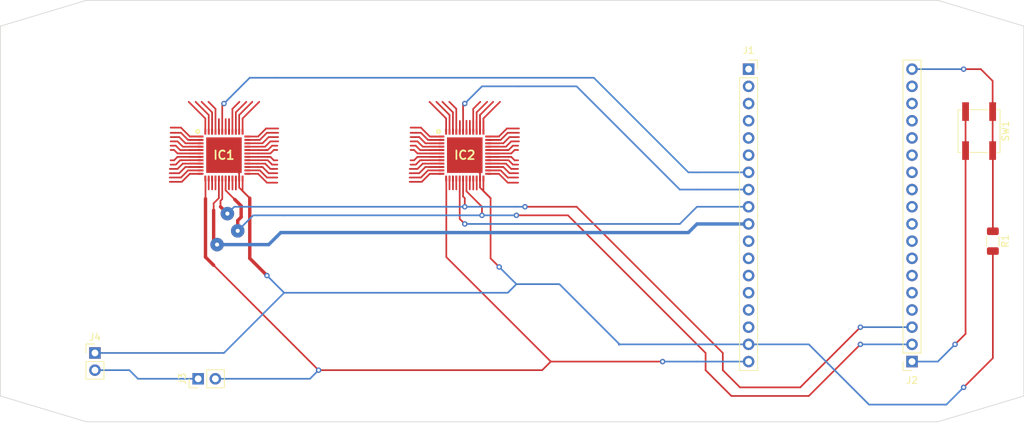
<source format=kicad_pcb>
(kicad_pcb (version 20171130) (host pcbnew 5.1.10-88a1d61d58~88~ubuntu20.04.1)

  (general
    (thickness 1.6)
    (drawings 12)
    (tracks 551)
    (zones 0)
    (modules 8)
    (nets 120)
  )

  (page A4)
  (layers
    (0 F.Cu signal)
    (31 B.Cu signal)
    (32 B.Adhes user)
    (33 F.Adhes user)
    (34 B.Paste user)
    (35 F.Paste user)
    (36 B.SilkS user)
    (37 F.SilkS user)
    (38 B.Mask user)
    (39 F.Mask user)
    (40 Dwgs.User user)
    (41 Cmts.User user)
    (42 Eco1.User user)
    (43 Eco2.User user)
    (44 Edge.Cuts user)
    (45 Margin user)
    (46 B.CrtYd user)
    (47 F.CrtYd user)
    (48 B.Fab user)
    (49 F.Fab user)
  )

  (setup
    (last_trace_width 0.25)
    (user_trace_width 0.5)
    (user_trace_width 1)
    (trace_clearance 0.2)
    (zone_clearance 0.508)
    (zone_45_only no)
    (trace_min 0.2)
    (via_size 0.8)
    (via_drill 0.4)
    (via_min_size 0.4)
    (via_min_drill 0.3)
    (user_via 2 0.6)
    (uvia_size 0.3)
    (uvia_drill 0.1)
    (uvias_allowed no)
    (uvia_min_size 0.2)
    (uvia_min_drill 0.1)
    (edge_width 0.05)
    (segment_width 0.2)
    (pcb_text_width 0.3)
    (pcb_text_size 1.5 1.5)
    (mod_edge_width 0.12)
    (mod_text_size 1 1)
    (mod_text_width 0.15)
    (pad_size 1.524 1.524)
    (pad_drill 0.762)
    (pad_to_mask_clearance 0)
    (aux_axis_origin 0 0)
    (visible_elements FFFFFF7F)
    (pcbplotparams
      (layerselection 0x010fc_ffffffff)
      (usegerberextensions false)
      (usegerberattributes true)
      (usegerberadvancedattributes true)
      (creategerberjobfile true)
      (excludeedgelayer true)
      (linewidth 0.100000)
      (plotframeref false)
      (viasonmask false)
      (mode 1)
      (useauxorigin false)
      (hpglpennumber 1)
      (hpglpenspeed 20)
      (hpglpendiameter 15.000000)
      (psnegative false)
      (psa4output false)
      (plotreference true)
      (plotvalue true)
      (plotinvisibletext false)
      (padsonsilk false)
      (subtractmaskfromsilk false)
      (outputformat 1)
      (mirror false)
      (drillshape 1)
      (scaleselection 1)
      (outputdirectory ""))
  )

  (net 0 "")
  (net 1 +5V)
  (net 2 GNDREF)
  (net 3 "Net-(J1-Pad16)")
  (net 4 "Net-(J1-Pad15)")
  (net 5 "Net-(J1-Pad14)")
  (net 6 "Net-(J1-Pad13)")
  (net 7 "Net-(J1-Pad12)")
  (net 8 "Net-(J1-Pad11)")
  (net 9 DATA2)
  (net 10 DATA1)
  (net 11 SYNC2)
  (net 12 SYNC1)
  (net 13 "Net-(J1-Pad6)")
  (net 14 "Net-(J1-Pad5)")
  (net 15 "Net-(J1-Pad4)")
  (net 16 "Net-(J1-Pad3)")
  (net 17 "Net-(J1-Pad2)")
  (net 18 "Net-(J1-Pad1)")
  (net 19 "Net-(J2-Pad18)")
  (net 20 "Net-(J2-Pad17)")
  (net 21 "Net-(J2-Pad16)")
  (net 22 "Net-(J2-Pad15)")
  (net 23 "Net-(J2-Pad14)")
  (net 24 "Net-(J2-Pad13)")
  (net 25 "Net-(J2-Pad12)")
  (net 26 "Net-(J2-Pad11)")
  (net 27 "Net-(J2-Pad10)")
  (net 28 "Net-(J2-Pad9)")
  (net 29 "Net-(J2-Pad8)")
  (net 30 "Net-(J2-Pad7)")
  (net 31 "Net-(J2-Pad6)")
  (net 32 "Net-(J2-Pad5)")
  (net 33 "Net-(J2-Pad4)")
  (net 34 "Net-(J2-Pad1)")
  (net 35 "Net-(IC1-Pad48)")
  (net 36 "Net-(IC1-Pad47)")
  (net 37 "Net-(IC1-Pad46)")
  (net 38 "Net-(IC1-Pad45)")
  (net 39 "Net-(IC1-Pad44)")
  (net 40 "Net-(IC1-Pad42)")
  (net 41 "Net-(IC1-Pad41)")
  (net 42 "Net-(IC1-Pad40)")
  (net 43 "Net-(IC1-Pad39)")
  (net 44 "Net-(IC1-Pad38)")
  (net 45 "Net-(IC1-Pad37)")
  (net 46 "Net-(IC1-Pad36)")
  (net 47 "Net-(IC1-Pad35)")
  (net 48 "Net-(IC1-Pad34)")
  (net 49 "Net-(IC1-Pad33)")
  (net 50 "Net-(IC1-Pad32)")
  (net 51 "Net-(IC1-Pad31)")
  (net 52 "Net-(IC1-Pad30)")
  (net 53 "Net-(IC1-Pad29)")
  (net 54 "Net-(IC1-Pad28)")
  (net 55 "Net-(IC1-Pad27)")
  (net 56 "Net-(IC1-Pad26)")
  (net 57 "Net-(IC1-Pad25)")
  (net 58 "Net-(IC1-Pad22)")
  (net 59 "Net-(IC1-Pad21)")
  (net 60 "Net-(IC1-Pad20)")
  (net 61 "Net-(IC1-Pad16)")
  (net 62 "Net-(IC1-Pad15)")
  (net 63 "Net-(IC1-Pad14)")
  (net 64 "Net-(IC1-Pad12)")
  (net 65 "Net-(IC1-Pad11)")
  (net 66 "Net-(IC1-Pad10)")
  (net 67 "Net-(IC1-Pad9)")
  (net 68 "Net-(IC1-Pad8)")
  (net 69 "Net-(IC1-Pad7)")
  (net 70 "Net-(IC1-Pad6)")
  (net 71 "Net-(IC1-Pad5)")
  (net 72 "Net-(IC1-Pad4)")
  (net 73 "Net-(IC1-Pad3)")
  (net 74 "Net-(IC1-Pad2)")
  (net 75 "Net-(IC1-Pad1)")
  (net 76 "Net-(IC2-Pad48)")
  (net 77 "Net-(IC2-Pad47)")
  (net 78 "Net-(IC2-Pad46)")
  (net 79 "Net-(IC2-Pad45)")
  (net 80 "Net-(IC2-Pad44)")
  (net 81 "Net-(IC2-Pad42)")
  (net 82 "Net-(IC2-Pad41)")
  (net 83 "Net-(IC2-Pad40)")
  (net 84 "Net-(IC2-Pad39)")
  (net 85 "Net-(IC2-Pad38)")
  (net 86 "Net-(IC2-Pad37)")
  (net 87 "Net-(IC2-Pad36)")
  (net 88 "Net-(IC2-Pad35)")
  (net 89 "Net-(IC2-Pad34)")
  (net 90 "Net-(IC2-Pad33)")
  (net 91 "Net-(IC2-Pad32)")
  (net 92 "Net-(IC2-Pad31)")
  (net 93 "Net-(IC2-Pad30)")
  (net 94 "Net-(IC2-Pad29)")
  (net 95 "Net-(IC2-Pad28)")
  (net 96 "Net-(IC2-Pad27)")
  (net 97 "Net-(IC2-Pad26)")
  (net 98 "Net-(IC2-Pad25)")
  (net 99 "Net-(IC2-Pad22)")
  (net 100 "Net-(IC2-Pad21)")
  (net 101 "Net-(IC2-Pad20)")
  (net 102 "Net-(IC2-Pad16)")
  (net 103 "Net-(IC2-Pad15)")
  (net 104 "Net-(IC2-Pad14)")
  (net 105 "Net-(IC2-Pad12)")
  (net 106 "Net-(IC2-Pad11)")
  (net 107 "Net-(IC2-Pad10)")
  (net 108 "Net-(IC2-Pad9)")
  (net 109 "Net-(IC2-Pad8)")
  (net 110 "Net-(IC2-Pad7)")
  (net 111 "Net-(IC2-Pad6)")
  (net 112 "Net-(IC2-Pad5)")
  (net 113 "Net-(IC2-Pad4)")
  (net 114 "Net-(IC2-Pad3)")
  (net 115 "Net-(IC2-Pad2)")
  (net 116 "Net-(IC2-Pad1)")
  (net 117 SCLK)
  (net 118 DIN)
  (net 119 "Net-(J3-Pad1)")

  (net_class Default "This is the default net class."
    (clearance 0.2)
    (trace_width 0.25)
    (via_dia 0.8)
    (via_drill 0.4)
    (uvia_dia 0.3)
    (uvia_drill 0.1)
    (add_net +5V)
    (add_net DATA1)
    (add_net DATA2)
    (add_net DIN)
    (add_net GNDREF)
    (add_net "Net-(IC1-Pad1)")
    (add_net "Net-(IC1-Pad10)")
    (add_net "Net-(IC1-Pad11)")
    (add_net "Net-(IC1-Pad12)")
    (add_net "Net-(IC1-Pad14)")
    (add_net "Net-(IC1-Pad15)")
    (add_net "Net-(IC1-Pad16)")
    (add_net "Net-(IC1-Pad2)")
    (add_net "Net-(IC1-Pad20)")
    (add_net "Net-(IC1-Pad21)")
    (add_net "Net-(IC1-Pad22)")
    (add_net "Net-(IC1-Pad25)")
    (add_net "Net-(IC1-Pad26)")
    (add_net "Net-(IC1-Pad27)")
    (add_net "Net-(IC1-Pad28)")
    (add_net "Net-(IC1-Pad29)")
    (add_net "Net-(IC1-Pad3)")
    (add_net "Net-(IC1-Pad30)")
    (add_net "Net-(IC1-Pad31)")
    (add_net "Net-(IC1-Pad32)")
    (add_net "Net-(IC1-Pad33)")
    (add_net "Net-(IC1-Pad34)")
    (add_net "Net-(IC1-Pad35)")
    (add_net "Net-(IC1-Pad36)")
    (add_net "Net-(IC1-Pad37)")
    (add_net "Net-(IC1-Pad38)")
    (add_net "Net-(IC1-Pad39)")
    (add_net "Net-(IC1-Pad4)")
    (add_net "Net-(IC1-Pad40)")
    (add_net "Net-(IC1-Pad41)")
    (add_net "Net-(IC1-Pad42)")
    (add_net "Net-(IC1-Pad44)")
    (add_net "Net-(IC1-Pad45)")
    (add_net "Net-(IC1-Pad46)")
    (add_net "Net-(IC1-Pad47)")
    (add_net "Net-(IC1-Pad48)")
    (add_net "Net-(IC1-Pad5)")
    (add_net "Net-(IC1-Pad6)")
    (add_net "Net-(IC1-Pad7)")
    (add_net "Net-(IC1-Pad8)")
    (add_net "Net-(IC1-Pad9)")
    (add_net "Net-(IC2-Pad1)")
    (add_net "Net-(IC2-Pad10)")
    (add_net "Net-(IC2-Pad11)")
    (add_net "Net-(IC2-Pad12)")
    (add_net "Net-(IC2-Pad14)")
    (add_net "Net-(IC2-Pad15)")
    (add_net "Net-(IC2-Pad16)")
    (add_net "Net-(IC2-Pad2)")
    (add_net "Net-(IC2-Pad20)")
    (add_net "Net-(IC2-Pad21)")
    (add_net "Net-(IC2-Pad22)")
    (add_net "Net-(IC2-Pad25)")
    (add_net "Net-(IC2-Pad26)")
    (add_net "Net-(IC2-Pad27)")
    (add_net "Net-(IC2-Pad28)")
    (add_net "Net-(IC2-Pad29)")
    (add_net "Net-(IC2-Pad3)")
    (add_net "Net-(IC2-Pad30)")
    (add_net "Net-(IC2-Pad31)")
    (add_net "Net-(IC2-Pad32)")
    (add_net "Net-(IC2-Pad33)")
    (add_net "Net-(IC2-Pad34)")
    (add_net "Net-(IC2-Pad35)")
    (add_net "Net-(IC2-Pad36)")
    (add_net "Net-(IC2-Pad37)")
    (add_net "Net-(IC2-Pad38)")
    (add_net "Net-(IC2-Pad39)")
    (add_net "Net-(IC2-Pad4)")
    (add_net "Net-(IC2-Pad40)")
    (add_net "Net-(IC2-Pad41)")
    (add_net "Net-(IC2-Pad42)")
    (add_net "Net-(IC2-Pad44)")
    (add_net "Net-(IC2-Pad45)")
    (add_net "Net-(IC2-Pad46)")
    (add_net "Net-(IC2-Pad47)")
    (add_net "Net-(IC2-Pad48)")
    (add_net "Net-(IC2-Pad5)")
    (add_net "Net-(IC2-Pad6)")
    (add_net "Net-(IC2-Pad7)")
    (add_net "Net-(IC2-Pad8)")
    (add_net "Net-(IC2-Pad9)")
    (add_net "Net-(J1-Pad1)")
    (add_net "Net-(J1-Pad11)")
    (add_net "Net-(J1-Pad12)")
    (add_net "Net-(J1-Pad13)")
    (add_net "Net-(J1-Pad14)")
    (add_net "Net-(J1-Pad15)")
    (add_net "Net-(J1-Pad16)")
    (add_net "Net-(J1-Pad2)")
    (add_net "Net-(J1-Pad3)")
    (add_net "Net-(J1-Pad4)")
    (add_net "Net-(J1-Pad5)")
    (add_net "Net-(J1-Pad6)")
    (add_net "Net-(J2-Pad1)")
    (add_net "Net-(J2-Pad10)")
    (add_net "Net-(J2-Pad11)")
    (add_net "Net-(J2-Pad12)")
    (add_net "Net-(J2-Pad13)")
    (add_net "Net-(J2-Pad14)")
    (add_net "Net-(J2-Pad15)")
    (add_net "Net-(J2-Pad16)")
    (add_net "Net-(J2-Pad17)")
    (add_net "Net-(J2-Pad18)")
    (add_net "Net-(J2-Pad4)")
    (add_net "Net-(J2-Pad5)")
    (add_net "Net-(J2-Pad6)")
    (add_net "Net-(J2-Pad7)")
    (add_net "Net-(J2-Pad8)")
    (add_net "Net-(J2-Pad9)")
    (add_net "Net-(J3-Pad1)")
    (add_net SCLK)
    (add_net SYNC1)
    (add_net SYNC2)
  )

  (module ADG731BCPZ:QFN50P700X700X100-49N-D (layer F.Cu) (tedit 60C62CCF) (tstamp 60C7E5FF)
    (at 180.34 86.36)
    (descr "CP-48 (LFCSP)")
    (tags "Integrated Circuit")
    (path /60C81800)
    (attr smd)
    (fp_text reference IC2 (at 0 0) (layer F.SilkS)
      (effects (font (size 1.27 1.27) (thickness 0.254)))
    )
    (fp_text value ADG731BCPZ (at 0 0) (layer F.SilkS) hide
      (effects (font (size 1.27 1.27) (thickness 0.254)))
    )
    (fp_circle (center -3.875 -3.5) (end -3.75 -3.5) (layer F.SilkS) (width 0.254))
    (fp_line (start -3.5 -3) (end -3 -3.5) (layer Dwgs.User) (width 0.1))
    (fp_line (start -3.5 3.5) (end -3.5 -3.5) (layer Dwgs.User) (width 0.1))
    (fp_line (start 3.5 3.5) (end -3.5 3.5) (layer Dwgs.User) (width 0.1))
    (fp_line (start 3.5 -3.5) (end 3.5 3.5) (layer Dwgs.User) (width 0.1))
    (fp_line (start -3.5 -3.5) (end 3.5 -3.5) (layer Dwgs.User) (width 0.1))
    (fp_line (start -4.125 4.125) (end -4.125 -4.125) (layer Dwgs.User) (width 0.05))
    (fp_line (start 4.125 4.125) (end -4.125 4.125) (layer Dwgs.User) (width 0.05))
    (fp_line (start 4.125 -4.125) (end 4.125 4.125) (layer Dwgs.User) (width 0.05))
    (fp_line (start -4.125 -4.125) (end 4.125 -4.125) (layer Dwgs.User) (width 0.05))
    (pad 49 smd rect (at 0 0) (size 5.25 5.25) (layers F.Cu F.Paste F.Mask)
      (net 2 GNDREF))
    (pad 48 smd rect (at -2.75 -3.45) (size 0.3 0.85) (layers F.Cu F.Paste F.Mask)
      (net 76 "Net-(IC2-Pad48)"))
    (pad 47 smd rect (at -2.25 -3.45) (size 0.3 0.85) (layers F.Cu F.Paste F.Mask)
      (net 77 "Net-(IC2-Pad47)"))
    (pad 46 smd rect (at -1.75 -3.45) (size 0.3 0.85) (layers F.Cu F.Paste F.Mask)
      (net 78 "Net-(IC2-Pad46)"))
    (pad 45 smd rect (at -1.25 -3.45) (size 0.3 0.85) (layers F.Cu F.Paste F.Mask)
      (net 79 "Net-(IC2-Pad45)"))
    (pad 44 smd rect (at -0.75 -3.45) (size 0.3 0.85) (layers F.Cu F.Paste F.Mask)
      (net 80 "Net-(IC2-Pad44)"))
    (pad 43 smd rect (at -0.25 -3.45) (size 0.3 0.85) (layers F.Cu F.Paste F.Mask)
      (net 9 DATA2))
    (pad 42 smd rect (at 0.25 -3.45) (size 0.3 0.85) (layers F.Cu F.Paste F.Mask)
      (net 81 "Net-(IC2-Pad42)"))
    (pad 41 smd rect (at 0.75 -3.45) (size 0.3 0.85) (layers F.Cu F.Paste F.Mask)
      (net 82 "Net-(IC2-Pad41)"))
    (pad 40 smd rect (at 1.25 -3.45) (size 0.3 0.85) (layers F.Cu F.Paste F.Mask)
      (net 83 "Net-(IC2-Pad40)"))
    (pad 39 smd rect (at 1.75 -3.45) (size 0.3 0.85) (layers F.Cu F.Paste F.Mask)
      (net 84 "Net-(IC2-Pad39)"))
    (pad 38 smd rect (at 2.25 -3.45) (size 0.3 0.85) (layers F.Cu F.Paste F.Mask)
      (net 85 "Net-(IC2-Pad38)"))
    (pad 37 smd rect (at 2.75 -3.45) (size 0.3 0.85) (layers F.Cu F.Paste F.Mask)
      (net 86 "Net-(IC2-Pad37)"))
    (pad 36 smd rect (at 3.45 -2.75 90) (size 0.3 0.85) (layers F.Cu F.Paste F.Mask)
      (net 87 "Net-(IC2-Pad36)"))
    (pad 35 smd rect (at 3.45 -2.25 90) (size 0.3 0.85) (layers F.Cu F.Paste F.Mask)
      (net 88 "Net-(IC2-Pad35)"))
    (pad 34 smd rect (at 3.45 -1.75 90) (size 0.3 0.85) (layers F.Cu F.Paste F.Mask)
      (net 89 "Net-(IC2-Pad34)"))
    (pad 33 smd rect (at 3.45 -1.25 90) (size 0.3 0.85) (layers F.Cu F.Paste F.Mask)
      (net 90 "Net-(IC2-Pad33)"))
    (pad 32 smd rect (at 3.45 -0.75 90) (size 0.3 0.85) (layers F.Cu F.Paste F.Mask)
      (net 91 "Net-(IC2-Pad32)"))
    (pad 31 smd rect (at 3.45 -0.25 90) (size 0.3 0.85) (layers F.Cu F.Paste F.Mask)
      (net 92 "Net-(IC2-Pad31)"))
    (pad 30 smd rect (at 3.45 0.25 90) (size 0.3 0.85) (layers F.Cu F.Paste F.Mask)
      (net 93 "Net-(IC2-Pad30)"))
    (pad 29 smd rect (at 3.45 0.75 90) (size 0.3 0.85) (layers F.Cu F.Paste F.Mask)
      (net 94 "Net-(IC2-Pad29)"))
    (pad 28 smd rect (at 3.45 1.25 90) (size 0.3 0.85) (layers F.Cu F.Paste F.Mask)
      (net 95 "Net-(IC2-Pad28)"))
    (pad 27 smd rect (at 3.45 1.75 90) (size 0.3 0.85) (layers F.Cu F.Paste F.Mask)
      (net 96 "Net-(IC2-Pad27)"))
    (pad 26 smd rect (at 3.45 2.25 90) (size 0.3 0.85) (layers F.Cu F.Paste F.Mask)
      (net 97 "Net-(IC2-Pad26)"))
    (pad 25 smd rect (at 3.45 2.75 90) (size 0.3 0.85) (layers F.Cu F.Paste F.Mask)
      (net 98 "Net-(IC2-Pad25)"))
    (pad 24 smd rect (at 2.75 3.45) (size 0.3 0.85) (layers F.Cu F.Paste F.Mask)
      (net 2 GNDREF))
    (pad 23 smd rect (at 2.25 3.45) (size 0.3 0.85) (layers F.Cu F.Paste F.Mask)
      (net 2 GNDREF))
    (pad 22 smd rect (at 1.75 3.45) (size 0.3 0.85) (layers F.Cu F.Paste F.Mask)
      (net 99 "Net-(IC2-Pad22)"))
    (pad 21 smd rect (at 1.25 3.45) (size 0.3 0.85) (layers F.Cu F.Paste F.Mask)
      (net 100 "Net-(IC2-Pad21)"))
    (pad 20 smd rect (at 0.75 3.45) (size 0.3 0.85) (layers F.Cu F.Paste F.Mask)
      (net 101 "Net-(IC2-Pad20)"))
    (pad 19 smd rect (at 0.25 3.45) (size 0.3 0.85) (layers F.Cu F.Paste F.Mask)
      (net 117 SCLK))
    (pad 18 smd rect (at -0.25 3.45) (size 0.3 0.85) (layers F.Cu F.Paste F.Mask)
      (net 118 DIN))
    (pad 17 smd rect (at -0.75 3.45) (size 0.3 0.85) (layers F.Cu F.Paste F.Mask)
      (net 11 SYNC2))
    (pad 16 smd rect (at -1.25 3.45) (size 0.3 0.85) (layers F.Cu F.Paste F.Mask)
      (net 102 "Net-(IC2-Pad16)"))
    (pad 15 smd rect (at -1.75 3.45) (size 0.3 0.85) (layers F.Cu F.Paste F.Mask)
      (net 103 "Net-(IC2-Pad15)"))
    (pad 14 smd rect (at -2.25 3.45) (size 0.3 0.85) (layers F.Cu F.Paste F.Mask)
      (net 104 "Net-(IC2-Pad14)"))
    (pad 13 smd rect (at -2.75 3.45) (size 0.3 0.85) (layers F.Cu F.Paste F.Mask)
      (net 1 +5V))
    (pad 12 smd rect (at -3.45 2.75 90) (size 0.3 0.85) (layers F.Cu F.Paste F.Mask)
      (net 105 "Net-(IC2-Pad12)"))
    (pad 11 smd rect (at -3.45 2.25 90) (size 0.3 0.85) (layers F.Cu F.Paste F.Mask)
      (net 106 "Net-(IC2-Pad11)"))
    (pad 10 smd rect (at -3.45 1.75 90) (size 0.3 0.85) (layers F.Cu F.Paste F.Mask)
      (net 107 "Net-(IC2-Pad10)"))
    (pad 9 smd rect (at -3.45 1.25 90) (size 0.3 0.85) (layers F.Cu F.Paste F.Mask)
      (net 108 "Net-(IC2-Pad9)"))
    (pad 8 smd rect (at -3.45 0.75 90) (size 0.3 0.85) (layers F.Cu F.Paste F.Mask)
      (net 109 "Net-(IC2-Pad8)"))
    (pad 7 smd rect (at -3.45 0.25 90) (size 0.3 0.85) (layers F.Cu F.Paste F.Mask)
      (net 110 "Net-(IC2-Pad7)"))
    (pad 6 smd rect (at -3.45 -0.25 90) (size 0.3 0.85) (layers F.Cu F.Paste F.Mask)
      (net 111 "Net-(IC2-Pad6)"))
    (pad 5 smd rect (at -3.45 -0.75 90) (size 0.3 0.85) (layers F.Cu F.Paste F.Mask)
      (net 112 "Net-(IC2-Pad5)"))
    (pad 4 smd rect (at -3.45 -1.25 90) (size 0.3 0.85) (layers F.Cu F.Paste F.Mask)
      (net 113 "Net-(IC2-Pad4)"))
    (pad 3 smd rect (at -3.45 -1.75 90) (size 0.3 0.85) (layers F.Cu F.Paste F.Mask)
      (net 114 "Net-(IC2-Pad3)"))
    (pad 2 smd rect (at -3.45 -2.25 90) (size 0.3 0.85) (layers F.Cu F.Paste F.Mask)
      (net 115 "Net-(IC2-Pad2)"))
    (pad 1 smd rect (at -3.45 -2.75 90) (size 0.3 0.85) (layers F.Cu F.Paste F.Mask)
      (net 116 "Net-(IC2-Pad1)"))
  )

  (module ADG731BCPZ:QFN50P700X700X100-49N-D (layer F.Cu) (tedit 60C62CCF) (tstamp 60C7E5C0)
    (at 144.78 86.36)
    (descr "CP-48 (LFCSP)")
    (tags "Integrated Circuit")
    (path /60C7F64E)
    (attr smd)
    (fp_text reference IC1 (at 0 0) (layer F.SilkS)
      (effects (font (size 1.27 1.27) (thickness 0.254)))
    )
    (fp_text value ADG731BCPZ (at 0 0) (layer F.SilkS) hide
      (effects (font (size 1.27 1.27) (thickness 0.254)))
    )
    (fp_circle (center -3.875 -3.5) (end -3.75 -3.5) (layer F.SilkS) (width 0.254))
    (fp_line (start -3.5 -3) (end -3 -3.5) (layer Dwgs.User) (width 0.1))
    (fp_line (start -3.5 3.5) (end -3.5 -3.5) (layer Dwgs.User) (width 0.1))
    (fp_line (start 3.5 3.5) (end -3.5 3.5) (layer Dwgs.User) (width 0.1))
    (fp_line (start 3.5 -3.5) (end 3.5 3.5) (layer Dwgs.User) (width 0.1))
    (fp_line (start -3.5 -3.5) (end 3.5 -3.5) (layer Dwgs.User) (width 0.1))
    (fp_line (start -4.125 4.125) (end -4.125 -4.125) (layer Dwgs.User) (width 0.05))
    (fp_line (start 4.125 4.125) (end -4.125 4.125) (layer Dwgs.User) (width 0.05))
    (fp_line (start 4.125 -4.125) (end 4.125 4.125) (layer Dwgs.User) (width 0.05))
    (fp_line (start -4.125 -4.125) (end 4.125 -4.125) (layer Dwgs.User) (width 0.05))
    (pad 49 smd rect (at 0 0) (size 5.25 5.25) (layers F.Cu F.Paste F.Mask)
      (net 2 GNDREF))
    (pad 48 smd rect (at -2.75 -3.45) (size 0.3 0.85) (layers F.Cu F.Paste F.Mask)
      (net 35 "Net-(IC1-Pad48)"))
    (pad 47 smd rect (at -2.25 -3.45) (size 0.3 0.85) (layers F.Cu F.Paste F.Mask)
      (net 36 "Net-(IC1-Pad47)"))
    (pad 46 smd rect (at -1.75 -3.45) (size 0.3 0.85) (layers F.Cu F.Paste F.Mask)
      (net 37 "Net-(IC1-Pad46)"))
    (pad 45 smd rect (at -1.25 -3.45) (size 0.3 0.85) (layers F.Cu F.Paste F.Mask)
      (net 38 "Net-(IC1-Pad45)"))
    (pad 44 smd rect (at -0.75 -3.45) (size 0.3 0.85) (layers F.Cu F.Paste F.Mask)
      (net 39 "Net-(IC1-Pad44)"))
    (pad 43 smd rect (at -0.25 -3.45) (size 0.3 0.85) (layers F.Cu F.Paste F.Mask)
      (net 10 DATA1))
    (pad 42 smd rect (at 0.25 -3.45) (size 0.3 0.85) (layers F.Cu F.Paste F.Mask)
      (net 40 "Net-(IC1-Pad42)"))
    (pad 41 smd rect (at 0.75 -3.45) (size 0.3 0.85) (layers F.Cu F.Paste F.Mask)
      (net 41 "Net-(IC1-Pad41)"))
    (pad 40 smd rect (at 1.25 -3.45) (size 0.3 0.85) (layers F.Cu F.Paste F.Mask)
      (net 42 "Net-(IC1-Pad40)"))
    (pad 39 smd rect (at 1.75 -3.45) (size 0.3 0.85) (layers F.Cu F.Paste F.Mask)
      (net 43 "Net-(IC1-Pad39)"))
    (pad 38 smd rect (at 2.25 -3.45) (size 0.3 0.85) (layers F.Cu F.Paste F.Mask)
      (net 44 "Net-(IC1-Pad38)"))
    (pad 37 smd rect (at 2.75 -3.45) (size 0.3 0.85) (layers F.Cu F.Paste F.Mask)
      (net 45 "Net-(IC1-Pad37)"))
    (pad 36 smd rect (at 3.45 -2.75 90) (size 0.3 0.85) (layers F.Cu F.Paste F.Mask)
      (net 46 "Net-(IC1-Pad36)"))
    (pad 35 smd rect (at 3.45 -2.25 90) (size 0.3 0.85) (layers F.Cu F.Paste F.Mask)
      (net 47 "Net-(IC1-Pad35)"))
    (pad 34 smd rect (at 3.45 -1.75 90) (size 0.3 0.85) (layers F.Cu F.Paste F.Mask)
      (net 48 "Net-(IC1-Pad34)"))
    (pad 33 smd rect (at 3.45 -1.25 90) (size 0.3 0.85) (layers F.Cu F.Paste F.Mask)
      (net 49 "Net-(IC1-Pad33)"))
    (pad 32 smd rect (at 3.45 -0.75 90) (size 0.3 0.85) (layers F.Cu F.Paste F.Mask)
      (net 50 "Net-(IC1-Pad32)"))
    (pad 31 smd rect (at 3.45 -0.25 90) (size 0.3 0.85) (layers F.Cu F.Paste F.Mask)
      (net 51 "Net-(IC1-Pad31)"))
    (pad 30 smd rect (at 3.45 0.25 90) (size 0.3 0.85) (layers F.Cu F.Paste F.Mask)
      (net 52 "Net-(IC1-Pad30)"))
    (pad 29 smd rect (at 3.45 0.75 90) (size 0.3 0.85) (layers F.Cu F.Paste F.Mask)
      (net 53 "Net-(IC1-Pad29)"))
    (pad 28 smd rect (at 3.45 1.25 90) (size 0.3 0.85) (layers F.Cu F.Paste F.Mask)
      (net 54 "Net-(IC1-Pad28)"))
    (pad 27 smd rect (at 3.45 1.75 90) (size 0.3 0.85) (layers F.Cu F.Paste F.Mask)
      (net 55 "Net-(IC1-Pad27)"))
    (pad 26 smd rect (at 3.45 2.25 90) (size 0.3 0.85) (layers F.Cu F.Paste F.Mask)
      (net 56 "Net-(IC1-Pad26)"))
    (pad 25 smd rect (at 3.45 2.75 90) (size 0.3 0.85) (layers F.Cu F.Paste F.Mask)
      (net 57 "Net-(IC1-Pad25)"))
    (pad 24 smd rect (at 2.75 3.45) (size 0.3 0.85) (layers F.Cu F.Paste F.Mask)
      (net 2 GNDREF))
    (pad 23 smd rect (at 2.25 3.45) (size 0.3 0.85) (layers F.Cu F.Paste F.Mask)
      (net 2 GNDREF))
    (pad 22 smd rect (at 1.75 3.45) (size 0.3 0.85) (layers F.Cu F.Paste F.Mask)
      (net 58 "Net-(IC1-Pad22)"))
    (pad 21 smd rect (at 1.25 3.45) (size 0.3 0.85) (layers F.Cu F.Paste F.Mask)
      (net 59 "Net-(IC1-Pad21)"))
    (pad 20 smd rect (at 0.75 3.45) (size 0.3 0.85) (layers F.Cu F.Paste F.Mask)
      (net 60 "Net-(IC1-Pad20)"))
    (pad 19 smd rect (at 0.25 3.45) (size 0.3 0.85) (layers F.Cu F.Paste F.Mask)
      (net 117 SCLK))
    (pad 18 smd rect (at -0.25 3.45) (size 0.3 0.85) (layers F.Cu F.Paste F.Mask)
      (net 118 DIN))
    (pad 17 smd rect (at -0.75 3.45) (size 0.3 0.85) (layers F.Cu F.Paste F.Mask)
      (net 12 SYNC1))
    (pad 16 smd rect (at -1.25 3.45) (size 0.3 0.85) (layers F.Cu F.Paste F.Mask)
      (net 61 "Net-(IC1-Pad16)"))
    (pad 15 smd rect (at -1.75 3.45) (size 0.3 0.85) (layers F.Cu F.Paste F.Mask)
      (net 62 "Net-(IC1-Pad15)"))
    (pad 14 smd rect (at -2.25 3.45) (size 0.3 0.85) (layers F.Cu F.Paste F.Mask)
      (net 63 "Net-(IC1-Pad14)"))
    (pad 13 smd rect (at -2.75 3.45) (size 0.3 0.85) (layers F.Cu F.Paste F.Mask)
      (net 1 +5V))
    (pad 12 smd rect (at -3.45 2.75 90) (size 0.3 0.85) (layers F.Cu F.Paste F.Mask)
      (net 64 "Net-(IC1-Pad12)"))
    (pad 11 smd rect (at -3.45 2.25 90) (size 0.3 0.85) (layers F.Cu F.Paste F.Mask)
      (net 65 "Net-(IC1-Pad11)"))
    (pad 10 smd rect (at -3.45 1.75 90) (size 0.3 0.85) (layers F.Cu F.Paste F.Mask)
      (net 66 "Net-(IC1-Pad10)"))
    (pad 9 smd rect (at -3.45 1.25 90) (size 0.3 0.85) (layers F.Cu F.Paste F.Mask)
      (net 67 "Net-(IC1-Pad9)"))
    (pad 8 smd rect (at -3.45 0.75 90) (size 0.3 0.85) (layers F.Cu F.Paste F.Mask)
      (net 68 "Net-(IC1-Pad8)"))
    (pad 7 smd rect (at -3.45 0.25 90) (size 0.3 0.85) (layers F.Cu F.Paste F.Mask)
      (net 69 "Net-(IC1-Pad7)"))
    (pad 6 smd rect (at -3.45 -0.25 90) (size 0.3 0.85) (layers F.Cu F.Paste F.Mask)
      (net 70 "Net-(IC1-Pad6)"))
    (pad 5 smd rect (at -3.45 -0.75 90) (size 0.3 0.85) (layers F.Cu F.Paste F.Mask)
      (net 71 "Net-(IC1-Pad5)"))
    (pad 4 smd rect (at -3.45 -1.25 90) (size 0.3 0.85) (layers F.Cu F.Paste F.Mask)
      (net 72 "Net-(IC1-Pad4)"))
    (pad 3 smd rect (at -3.45 -1.75 90) (size 0.3 0.85) (layers F.Cu F.Paste F.Mask)
      (net 73 "Net-(IC1-Pad3)"))
    (pad 2 smd rect (at -3.45 -2.25 90) (size 0.3 0.85) (layers F.Cu F.Paste F.Mask)
      (net 74 "Net-(IC1-Pad2)"))
    (pad 1 smd rect (at -3.45 -2.75 90) (size 0.3 0.85) (layers F.Cu F.Paste F.Mask)
      (net 75 "Net-(IC1-Pad1)"))
  )

  (module Button_Switch_SMD:SW_SPST_EVPBF (layer F.Cu) (tedit 5A02FC95) (tstamp 60C72196)
    (at 256.286 82.804 270)
    (descr "Light Touch Switch")
    (path /60DEC256)
    (attr smd)
    (fp_text reference SW1 (at 0 -3.9 90) (layer F.SilkS)
      (effects (font (size 1 1) (thickness 0.15)))
    )
    (fp_text value SW_Push (at 0 4.25 90) (layer F.Fab)
      (effects (font (size 1 1) (thickness 0.15)))
    )
    (fp_line (start -3.15 2.65) (end -3.15 3.1) (layer F.SilkS) (width 0.12))
    (fp_line (start -3.15 3.1) (end 3.15 3.1) (layer F.SilkS) (width 0.12))
    (fp_line (start 3.15 3.1) (end 3.15 2.7) (layer F.SilkS) (width 0.12))
    (fp_line (start -3.15 1.35) (end -3.15 -1.35) (layer F.SilkS) (width 0.12))
    (fp_line (start 3.15 -1.35) (end 3.15 1.35) (layer F.SilkS) (width 0.12))
    (fp_line (start -3.15 -3.1) (end 3.15 -3.1) (layer F.SilkS) (width 0.12))
    (fp_line (start 3.15 -3.1) (end 3.15 -2.65) (layer F.SilkS) (width 0.12))
    (fp_line (start -3.15 -2.65) (end -3.15 -3.1) (layer F.SilkS) (width 0.12))
    (fp_line (start -3 -3) (end 3 -3) (layer F.Fab) (width 0.1))
    (fp_line (start 3 -3) (end 3 3) (layer F.Fab) (width 0.1))
    (fp_line (start 3 3) (end -3 3) (layer F.Fab) (width 0.1))
    (fp_line (start -3 3) (end -3 -3) (layer F.Fab) (width 0.1))
    (fp_line (start -4.5 -3.25) (end 4.5 -3.25) (layer F.CrtYd) (width 0.05))
    (fp_line (start 4.5 -3.25) (end 4.5 3.25) (layer F.CrtYd) (width 0.05))
    (fp_line (start 4.5 3.25) (end -4.5 3.25) (layer F.CrtYd) (width 0.05))
    (fp_line (start -4.5 3.25) (end -4.5 -3.25) (layer F.CrtYd) (width 0.05))
    (fp_circle (center 0 0) (end 1.7 0) (layer F.Fab) (width 0.1))
    (fp_text user %R (at 0 -3.9 90) (layer F.Fab)
      (effects (font (size 1 1) (thickness 0.15)))
    )
    (pad 2 smd rect (at 2.88 2 270) (size 2.75 1) (layers F.Cu F.Paste F.Mask)
      (net 34 "Net-(J2-Pad1)"))
    (pad 2 smd rect (at -2.88 2 270) (size 2.75 1) (layers F.Cu F.Paste F.Mask)
      (net 34 "Net-(J2-Pad1)"))
    (pad 1 smd rect (at -2.88 -2 270) (size 2.75 1) (layers F.Cu F.Paste F.Mask)
      (net 19 "Net-(J2-Pad18)"))
    (pad 1 smd rect (at 2.88 -2 270) (size 2.75 1) (layers F.Cu F.Paste F.Mask)
      (net 19 "Net-(J2-Pad18)"))
    (model ${KISYS3DMOD}/Button_Switch_SMD.3dshapes/SW_SPST_EVPBF.wrl
      (at (xyz 0 0 0))
      (scale (xyz 1 1 1))
      (rotate (xyz 0 0 0))
    )
  )

  (module Resistor_SMD:R_1206_3216Metric (layer F.Cu) (tedit 5F68FEEE) (tstamp 60C7217C)
    (at 258.318 99.06 270)
    (descr "Resistor SMD 1206 (3216 Metric), square (rectangular) end terminal, IPC_7351 nominal, (Body size source: IPC-SM-782 page 72, https://www.pcb-3d.com/wordpress/wp-content/uploads/ipc-sm-782a_amendment_1_and_2.pdf), generated with kicad-footprint-generator")
    (tags resistor)
    (path /60DF3217)
    (attr smd)
    (fp_text reference R1 (at 0 -1.82 90) (layer F.SilkS)
      (effects (font (size 1 1) (thickness 0.15)))
    )
    (fp_text value R (at 0 1.82 90) (layer F.Fab)
      (effects (font (size 1 1) (thickness 0.15)))
    )
    (fp_line (start -1.6 0.8) (end -1.6 -0.8) (layer F.Fab) (width 0.1))
    (fp_line (start -1.6 -0.8) (end 1.6 -0.8) (layer F.Fab) (width 0.1))
    (fp_line (start 1.6 -0.8) (end 1.6 0.8) (layer F.Fab) (width 0.1))
    (fp_line (start 1.6 0.8) (end -1.6 0.8) (layer F.Fab) (width 0.1))
    (fp_line (start -0.727064 -0.91) (end 0.727064 -0.91) (layer F.SilkS) (width 0.12))
    (fp_line (start -0.727064 0.91) (end 0.727064 0.91) (layer F.SilkS) (width 0.12))
    (fp_line (start -2.28 1.12) (end -2.28 -1.12) (layer F.CrtYd) (width 0.05))
    (fp_line (start -2.28 -1.12) (end 2.28 -1.12) (layer F.CrtYd) (width 0.05))
    (fp_line (start 2.28 -1.12) (end 2.28 1.12) (layer F.CrtYd) (width 0.05))
    (fp_line (start 2.28 1.12) (end -2.28 1.12) (layer F.CrtYd) (width 0.05))
    (fp_text user %R (at 0 0 90) (layer F.Fab)
      (effects (font (size 0.8 0.8) (thickness 0.12)))
    )
    (pad 2 smd roundrect (at 1.4625 0 270) (size 1.125 1.75) (layers F.Cu F.Paste F.Mask) (roundrect_rratio 0.222222)
      (net 2 GNDREF))
    (pad 1 smd roundrect (at -1.4625 0 270) (size 1.125 1.75) (layers F.Cu F.Paste F.Mask) (roundrect_rratio 0.222222)
      (net 19 "Net-(J2-Pad18)"))
    (model ${KISYS3DMOD}/Resistor_SMD.3dshapes/R_1206_3216Metric.wrl
      (at (xyz 0 0 0))
      (scale (xyz 1 1 1))
      (rotate (xyz 0 0 0))
    )
  )

  (module Connector_PinHeader_2.54mm:PinHeader_1x02_P2.54mm_Vertical (layer F.Cu) (tedit 59FED5CC) (tstamp 60C709EA)
    (at 125.73 115.57)
    (descr "Through hole straight pin header, 1x02, 2.54mm pitch, single row")
    (tags "Through hole pin header THT 1x02 2.54mm single row")
    (path /60D8E211)
    (fp_text reference J4 (at 0 -2.33) (layer F.SilkS)
      (effects (font (size 1 1) (thickness 0.15)))
    )
    (fp_text value Conn_01x02_Female (at 0 4.87) (layer F.Fab)
      (effects (font (size 1 1) (thickness 0.15)))
    )
    (fp_line (start -0.635 -1.27) (end 1.27 -1.27) (layer F.Fab) (width 0.1))
    (fp_line (start 1.27 -1.27) (end 1.27 3.81) (layer F.Fab) (width 0.1))
    (fp_line (start 1.27 3.81) (end -1.27 3.81) (layer F.Fab) (width 0.1))
    (fp_line (start -1.27 3.81) (end -1.27 -0.635) (layer F.Fab) (width 0.1))
    (fp_line (start -1.27 -0.635) (end -0.635 -1.27) (layer F.Fab) (width 0.1))
    (fp_line (start -1.33 3.87) (end 1.33 3.87) (layer F.SilkS) (width 0.12))
    (fp_line (start -1.33 1.27) (end -1.33 3.87) (layer F.SilkS) (width 0.12))
    (fp_line (start 1.33 1.27) (end 1.33 3.87) (layer F.SilkS) (width 0.12))
    (fp_line (start -1.33 1.27) (end 1.33 1.27) (layer F.SilkS) (width 0.12))
    (fp_line (start -1.33 0) (end -1.33 -1.33) (layer F.SilkS) (width 0.12))
    (fp_line (start -1.33 -1.33) (end 0 -1.33) (layer F.SilkS) (width 0.12))
    (fp_line (start -1.8 -1.8) (end -1.8 4.35) (layer F.CrtYd) (width 0.05))
    (fp_line (start -1.8 4.35) (end 1.8 4.35) (layer F.CrtYd) (width 0.05))
    (fp_line (start 1.8 4.35) (end 1.8 -1.8) (layer F.CrtYd) (width 0.05))
    (fp_line (start 1.8 -1.8) (end -1.8 -1.8) (layer F.CrtYd) (width 0.05))
    (fp_text user %R (at 0 1.27 90) (layer F.Fab)
      (effects (font (size 1 1) (thickness 0.15)))
    )
    (pad 2 thru_hole oval (at 0 2.54) (size 1.7 1.7) (drill 1) (layers *.Cu *.Mask)
      (net 119 "Net-(J3-Pad1)"))
    (pad 1 thru_hole rect (at 0 0) (size 1.7 1.7) (drill 1) (layers *.Cu *.Mask)
      (net 2 GNDREF))
    (model ${KISYS3DMOD}/Connector_PinHeader_2.54mm.3dshapes/PinHeader_1x02_P2.54mm_Vertical.wrl
      (at (xyz 0 0 0))
      (scale (xyz 1 1 1))
      (rotate (xyz 0 0 0))
    )
  )

  (module Connector_PinHeader_2.54mm:PinHeader_1x02_P2.54mm_Vertical (layer F.Cu) (tedit 59FED5CC) (tstamp 60C709D4)
    (at 140.97 119.38 90)
    (descr "Through hole straight pin header, 1x02, 2.54mm pitch, single row")
    (tags "Through hole pin header THT 1x02 2.54mm single row")
    (path /60D8EC1C)
    (fp_text reference J3 (at 0 -2.33 90) (layer F.SilkS)
      (effects (font (size 1 1) (thickness 0.15)))
    )
    (fp_text value Conn_01x02_Female (at 0 4.87 90) (layer F.Fab)
      (effects (font (size 1 1) (thickness 0.15)))
    )
    (fp_line (start -0.635 -1.27) (end 1.27 -1.27) (layer F.Fab) (width 0.1))
    (fp_line (start 1.27 -1.27) (end 1.27 3.81) (layer F.Fab) (width 0.1))
    (fp_line (start 1.27 3.81) (end -1.27 3.81) (layer F.Fab) (width 0.1))
    (fp_line (start -1.27 3.81) (end -1.27 -0.635) (layer F.Fab) (width 0.1))
    (fp_line (start -1.27 -0.635) (end -0.635 -1.27) (layer F.Fab) (width 0.1))
    (fp_line (start -1.33 3.87) (end 1.33 3.87) (layer F.SilkS) (width 0.12))
    (fp_line (start -1.33 1.27) (end -1.33 3.87) (layer F.SilkS) (width 0.12))
    (fp_line (start 1.33 1.27) (end 1.33 3.87) (layer F.SilkS) (width 0.12))
    (fp_line (start -1.33 1.27) (end 1.33 1.27) (layer F.SilkS) (width 0.12))
    (fp_line (start -1.33 0) (end -1.33 -1.33) (layer F.SilkS) (width 0.12))
    (fp_line (start -1.33 -1.33) (end 0 -1.33) (layer F.SilkS) (width 0.12))
    (fp_line (start -1.8 -1.8) (end -1.8 4.35) (layer F.CrtYd) (width 0.05))
    (fp_line (start -1.8 4.35) (end 1.8 4.35) (layer F.CrtYd) (width 0.05))
    (fp_line (start 1.8 4.35) (end 1.8 -1.8) (layer F.CrtYd) (width 0.05))
    (fp_line (start 1.8 -1.8) (end -1.8 -1.8) (layer F.CrtYd) (width 0.05))
    (fp_text user %R (at 0 1.27) (layer F.Fab)
      (effects (font (size 1 1) (thickness 0.15)))
    )
    (pad 2 thru_hole oval (at 0 2.54 90) (size 1.7 1.7) (drill 1) (layers *.Cu *.Mask)
      (net 1 +5V))
    (pad 1 thru_hole rect (at 0 0 90) (size 1.7 1.7) (drill 1) (layers *.Cu *.Mask)
      (net 119 "Net-(J3-Pad1)"))
    (model ${KISYS3DMOD}/Connector_PinHeader_2.54mm.3dshapes/PinHeader_1x02_P2.54mm_Vertical.wrl
      (at (xyz 0 0 0))
      (scale (xyz 1 1 1))
      (rotate (xyz 0 0 0))
    )
  )

  (module Connector_PinSocket_2.54mm:PinSocket_1x18_P2.54mm_Vertical (layer F.Cu) (tedit 5A19A434) (tstamp 60C69629)
    (at 246.38 116.84 180)
    (descr "Through hole straight socket strip, 1x18, 2.54mm pitch, single row (from Kicad 4.0.7), script generated")
    (tags "Through hole socket strip THT 1x18 2.54mm single row")
    (path /60CAECAF)
    (fp_text reference J2 (at 0 -2.77) (layer F.SilkS)
      (effects (font (size 1 1) (thickness 0.15)))
    )
    (fp_text value Conn_01x18_Female (at 0 45.95) (layer F.Fab)
      (effects (font (size 1 1) (thickness 0.15)))
    )
    (fp_line (start -1.8 44.95) (end -1.8 -1.8) (layer F.CrtYd) (width 0.05))
    (fp_line (start 1.75 44.95) (end -1.8 44.95) (layer F.CrtYd) (width 0.05))
    (fp_line (start 1.75 -1.8) (end 1.75 44.95) (layer F.CrtYd) (width 0.05))
    (fp_line (start -1.8 -1.8) (end 1.75 -1.8) (layer F.CrtYd) (width 0.05))
    (fp_line (start 0 -1.33) (end 1.33 -1.33) (layer F.SilkS) (width 0.12))
    (fp_line (start 1.33 -1.33) (end 1.33 0) (layer F.SilkS) (width 0.12))
    (fp_line (start 1.33 1.27) (end 1.33 44.51) (layer F.SilkS) (width 0.12))
    (fp_line (start -1.33 44.51) (end 1.33 44.51) (layer F.SilkS) (width 0.12))
    (fp_line (start -1.33 1.27) (end -1.33 44.51) (layer F.SilkS) (width 0.12))
    (fp_line (start -1.33 1.27) (end 1.33 1.27) (layer F.SilkS) (width 0.12))
    (fp_line (start -1.27 44.45) (end -1.27 -1.27) (layer F.Fab) (width 0.1))
    (fp_line (start 1.27 44.45) (end -1.27 44.45) (layer F.Fab) (width 0.1))
    (fp_line (start 1.27 -0.635) (end 1.27 44.45) (layer F.Fab) (width 0.1))
    (fp_line (start 0.635 -1.27) (end 1.27 -0.635) (layer F.Fab) (width 0.1))
    (fp_line (start -1.27 -1.27) (end 0.635 -1.27) (layer F.Fab) (width 0.1))
    (fp_text user %R (at 0 21.59 90) (layer F.Fab)
      (effects (font (size 1 1) (thickness 0.15)))
    )
    (pad 18 thru_hole oval (at 0 43.18 180) (size 1.7 1.7) (drill 1) (layers *.Cu *.Mask)
      (net 19 "Net-(J2-Pad18)"))
    (pad 17 thru_hole oval (at 0 40.64 180) (size 1.7 1.7) (drill 1) (layers *.Cu *.Mask)
      (net 20 "Net-(J2-Pad17)"))
    (pad 16 thru_hole oval (at 0 38.1 180) (size 1.7 1.7) (drill 1) (layers *.Cu *.Mask)
      (net 21 "Net-(J2-Pad16)"))
    (pad 15 thru_hole oval (at 0 35.56 180) (size 1.7 1.7) (drill 1) (layers *.Cu *.Mask)
      (net 22 "Net-(J2-Pad15)"))
    (pad 14 thru_hole oval (at 0 33.02 180) (size 1.7 1.7) (drill 1) (layers *.Cu *.Mask)
      (net 23 "Net-(J2-Pad14)"))
    (pad 13 thru_hole oval (at 0 30.48 180) (size 1.7 1.7) (drill 1) (layers *.Cu *.Mask)
      (net 24 "Net-(J2-Pad13)"))
    (pad 12 thru_hole oval (at 0 27.94 180) (size 1.7 1.7) (drill 1) (layers *.Cu *.Mask)
      (net 25 "Net-(J2-Pad12)"))
    (pad 11 thru_hole oval (at 0 25.4 180) (size 1.7 1.7) (drill 1) (layers *.Cu *.Mask)
      (net 26 "Net-(J2-Pad11)"))
    (pad 10 thru_hole oval (at 0 22.86 180) (size 1.7 1.7) (drill 1) (layers *.Cu *.Mask)
      (net 27 "Net-(J2-Pad10)"))
    (pad 9 thru_hole oval (at 0 20.32 180) (size 1.7 1.7) (drill 1) (layers *.Cu *.Mask)
      (net 28 "Net-(J2-Pad9)"))
    (pad 8 thru_hole oval (at 0 17.78 180) (size 1.7 1.7) (drill 1) (layers *.Cu *.Mask)
      (net 29 "Net-(J2-Pad8)"))
    (pad 7 thru_hole oval (at 0 15.24 180) (size 1.7 1.7) (drill 1) (layers *.Cu *.Mask)
      (net 30 "Net-(J2-Pad7)"))
    (pad 6 thru_hole oval (at 0 12.7 180) (size 1.7 1.7) (drill 1) (layers *.Cu *.Mask)
      (net 31 "Net-(J2-Pad6)"))
    (pad 5 thru_hole oval (at 0 10.16 180) (size 1.7 1.7) (drill 1) (layers *.Cu *.Mask)
      (net 32 "Net-(J2-Pad5)"))
    (pad 4 thru_hole oval (at 0 7.62 180) (size 1.7 1.7) (drill 1) (layers *.Cu *.Mask)
      (net 33 "Net-(J2-Pad4)"))
    (pad 3 thru_hole oval (at 0 5.08 180) (size 1.7 1.7) (drill 1) (layers *.Cu *.Mask)
      (net 118 DIN))
    (pad 2 thru_hole oval (at 0 2.54 180) (size 1.7 1.7) (drill 1) (layers *.Cu *.Mask)
      (net 117 SCLK))
    (pad 1 thru_hole rect (at 0 0 180) (size 1.7 1.7) (drill 1) (layers *.Cu *.Mask)
      (net 34 "Net-(J2-Pad1)"))
    (model ${KISYS3DMOD}/Connector_PinSocket_2.54mm.3dshapes/PinSocket_1x18_P2.54mm_Vertical.wrl
      (at (xyz 0 0 0))
      (scale (xyz 1 1 1))
      (rotate (xyz 0 0 0))
    )
  )

  (module Connector_PinSocket_2.54mm:PinSocket_1x18_P2.54mm_Vertical (layer F.Cu) (tedit 5A19A434) (tstamp 60C69603)
    (at 222.25 73.66)
    (descr "Through hole straight socket strip, 1x18, 2.54mm pitch, single row (from Kicad 4.0.7), script generated")
    (tags "Through hole socket strip THT 1x18 2.54mm single row")
    (path /60CA9FFF)
    (fp_text reference J1 (at 0 -2.77) (layer F.SilkS)
      (effects (font (size 1 1) (thickness 0.15)))
    )
    (fp_text value Conn_01x18_Female (at 0 45.95) (layer F.Fab)
      (effects (font (size 1 1) (thickness 0.15)))
    )
    (fp_line (start -1.8 44.95) (end -1.8 -1.8) (layer F.CrtYd) (width 0.05))
    (fp_line (start 1.75 44.95) (end -1.8 44.95) (layer F.CrtYd) (width 0.05))
    (fp_line (start 1.75 -1.8) (end 1.75 44.95) (layer F.CrtYd) (width 0.05))
    (fp_line (start -1.8 -1.8) (end 1.75 -1.8) (layer F.CrtYd) (width 0.05))
    (fp_line (start 0 -1.33) (end 1.33 -1.33) (layer F.SilkS) (width 0.12))
    (fp_line (start 1.33 -1.33) (end 1.33 0) (layer F.SilkS) (width 0.12))
    (fp_line (start 1.33 1.27) (end 1.33 44.51) (layer F.SilkS) (width 0.12))
    (fp_line (start -1.33 44.51) (end 1.33 44.51) (layer F.SilkS) (width 0.12))
    (fp_line (start -1.33 1.27) (end -1.33 44.51) (layer F.SilkS) (width 0.12))
    (fp_line (start -1.33 1.27) (end 1.33 1.27) (layer F.SilkS) (width 0.12))
    (fp_line (start -1.27 44.45) (end -1.27 -1.27) (layer F.Fab) (width 0.1))
    (fp_line (start 1.27 44.45) (end -1.27 44.45) (layer F.Fab) (width 0.1))
    (fp_line (start 1.27 -0.635) (end 1.27 44.45) (layer F.Fab) (width 0.1))
    (fp_line (start 0.635 -1.27) (end 1.27 -0.635) (layer F.Fab) (width 0.1))
    (fp_line (start -1.27 -1.27) (end 0.635 -1.27) (layer F.Fab) (width 0.1))
    (fp_text user %R (at 0 21.59 90) (layer F.Fab)
      (effects (font (size 1 1) (thickness 0.15)))
    )
    (pad 18 thru_hole oval (at 0 43.18) (size 1.7 1.7) (drill 1) (layers *.Cu *.Mask)
      (net 1 +5V))
    (pad 17 thru_hole oval (at 0 40.64) (size 1.7 1.7) (drill 1) (layers *.Cu *.Mask)
      (net 2 GNDREF))
    (pad 16 thru_hole oval (at 0 38.1) (size 1.7 1.7) (drill 1) (layers *.Cu *.Mask)
      (net 3 "Net-(J1-Pad16)"))
    (pad 15 thru_hole oval (at 0 35.56) (size 1.7 1.7) (drill 1) (layers *.Cu *.Mask)
      (net 4 "Net-(J1-Pad15)"))
    (pad 14 thru_hole oval (at 0 33.02) (size 1.7 1.7) (drill 1) (layers *.Cu *.Mask)
      (net 5 "Net-(J1-Pad14)"))
    (pad 13 thru_hole oval (at 0 30.48) (size 1.7 1.7) (drill 1) (layers *.Cu *.Mask)
      (net 6 "Net-(J1-Pad13)"))
    (pad 12 thru_hole oval (at 0 27.94) (size 1.7 1.7) (drill 1) (layers *.Cu *.Mask)
      (net 7 "Net-(J1-Pad12)"))
    (pad 11 thru_hole oval (at 0 25.4) (size 1.7 1.7) (drill 1) (layers *.Cu *.Mask)
      (net 8 "Net-(J1-Pad11)"))
    (pad 10 thru_hole oval (at 0 22.86) (size 1.7 1.7) (drill 1) (layers *.Cu *.Mask)
      (net 12 SYNC1))
    (pad 9 thru_hole oval (at 0 20.32) (size 1.7 1.7) (drill 1) (layers *.Cu *.Mask)
      (net 11 SYNC2))
    (pad 8 thru_hole oval (at 0 17.78) (size 1.7 1.7) (drill 1) (layers *.Cu *.Mask)
      (net 9 DATA2))
    (pad 7 thru_hole oval (at 0 15.24) (size 1.7 1.7) (drill 1) (layers *.Cu *.Mask)
      (net 10 DATA1))
    (pad 6 thru_hole oval (at 0 12.7) (size 1.7 1.7) (drill 1) (layers *.Cu *.Mask)
      (net 13 "Net-(J1-Pad6)"))
    (pad 5 thru_hole oval (at 0 10.16) (size 1.7 1.7) (drill 1) (layers *.Cu *.Mask)
      (net 14 "Net-(J1-Pad5)"))
    (pad 4 thru_hole oval (at 0 7.62) (size 1.7 1.7) (drill 1) (layers *.Cu *.Mask)
      (net 15 "Net-(J1-Pad4)"))
    (pad 3 thru_hole oval (at 0 5.08) (size 1.7 1.7) (drill 1) (layers *.Cu *.Mask)
      (net 16 "Net-(J1-Pad3)"))
    (pad 2 thru_hole oval (at 0 2.54) (size 1.7 1.7) (drill 1) (layers *.Cu *.Mask)
      (net 17 "Net-(J1-Pad2)"))
    (pad 1 thru_hole rect (at 0 0) (size 1.7 1.7) (drill 1) (layers *.Cu *.Mask)
      (net 18 "Net-(J1-Pad1)"))
    (model ${KISYS3DMOD}/Connector_PinSocket_2.54mm.3dshapes/PinSocket_1x18_P2.54mm_Vertical.wrl
      (at (xyz 0 0 0))
      (scale (xyz 1 1 1))
      (rotate (xyz 0 0 0))
    )
  )

  (gr_poly (pts (xy 196.85 72.39) (xy 182.88 72.39) (xy 182.88 68.58) (xy 196.85 68.58)) (layer Dwgs.User) (width 0.1) (tstamp 60C71846))
  (gr_poly (pts (xy 177.8 72.39) (xy 163.83 72.39) (xy 163.83 68.58) (xy 177.8 68.58)) (layer Dwgs.User) (width 0.1) (tstamp 60C71846))
  (gr_poly (pts (xy 161.29 72.39) (xy 147.32 72.39) (xy 147.32 68.58) (xy 161.29 68.58)) (layer Dwgs.User) (width 0.1) (tstamp 60C71846))
  (gr_poly (pts (xy 142.24 72.39) (xy 128.27 72.39) (xy 128.27 68.58) (xy 142.24 68.58)) (layer Dwgs.User) (width 0.1))
  (gr_line (start 250.19 63.5) (end 262.89 67.31) (layer Edge.Cuts) (width 0.1))
  (gr_line (start 124.46 63.5) (end 250.19 63.5) (layer Edge.Cuts) (width 0.1))
  (gr_line (start 111.76 67.31) (end 124.46 63.5) (layer Edge.Cuts) (width 0.1))
  (gr_line (start 111.76 121.92) (end 111.76 67.31) (layer Edge.Cuts) (width 0.1))
  (gr_line (start 124.46 125.73) (end 111.76 121.92) (layer Edge.Cuts) (width 0.1))
  (gr_line (start 250.19 125.73) (end 124.46 125.73) (layer Edge.Cuts) (width 0.1))
  (gr_line (start 262.89 121.92) (end 250.19 125.73) (layer Edge.Cuts) (width 0.1))
  (gr_line (start 262.89 67.31) (end 262.89 121.92) (layer Edge.Cuts) (width 0.1))

  (via (at 209.55 116.84) (size 0.8) (drill 0.4) (layers F.Cu B.Cu) (net 1))
  (segment (start 191.77 118.11) (end 158.75 118.11) (width 0.25) (layer F.Cu) (net 1))
  (segment (start 142.054999 89.834999) (end 142.03 89.81) (width 0.25) (layer F.Cu) (net 1))
  (segment (start 193.04 116.84) (end 191.77 118.11) (width 0.25) (layer F.Cu) (net 1))
  (segment (start 177.614999 89.834999) (end 177.59 89.81) (width 0.25) (layer F.Cu) (net 1))
  (segment (start 177.614999 101.414999) (end 177.614999 89.834999) (width 0.25) (layer F.Cu) (net 1))
  (segment (start 193.04 116.84) (end 177.614999 101.414999) (width 0.25) (layer F.Cu) (net 1))
  (segment (start 222.25 116.84) (end 214.63 116.84) (width 0.25) (layer B.Cu) (net 1))
  (segment (start 214.63 116.84) (end 214.63 116.84) (width 0.25) (layer B.Cu) (net 1) (tstamp 60C6FE5C))
  (segment (start 193.04 116.84) (end 209.55 116.84) (width 0.25) (layer F.Cu) (net 1))
  (segment (start 214.63 116.84) (end 209.55 116.84) (width 0.25) (layer B.Cu) (net 1))
  (segment (start 158.75 118.11) (end 158.75 118.11) (width 0.25) (layer F.Cu) (net 1) (tstamp 60C70ECC))
  (via (at 158.75 118.11) (size 0.8) (drill 0.4) (layers F.Cu B.Cu) (net 1))
  (segment (start 143.51 119.38) (end 157.48 119.38) (width 0.25) (layer B.Cu) (net 1))
  (segment (start 157.48 119.38) (end 158.75 118.11) (width 0.25) (layer B.Cu) (net 1))
  (segment (start 142.054999 101.414999) (end 143.256 102.616) (width 0.5) (layer F.Cu) (net 1))
  (segment (start 142.054999 92.778999) (end 142.054999 101.414999) (width 0.5) (layer F.Cu) (net 1))
  (segment (start 158.75 118.11) (end 143.256 102.616) (width 0.25) (layer F.Cu) (net 1))
  (segment (start 142.054999 92.778999) (end 142.054999 89.834999) (width 0.25) (layer F.Cu) (net 1))
  (segment (start 183.09 91.65) (end 184.15 92.71) (width 0.25) (layer F.Cu) (net 2) (tstamp 60C704DD))
  (segment (start 182.59 89.81) (end 182.59 91.15) (width 0.25) (layer F.Cu) (net 2) (tstamp 60C704DE))
  (segment (start 182.59 91.15) (end 184.15 92.71) (width 0.25) (layer F.Cu) (net 2) (tstamp 60C704DF))
  (segment (start 183.09 89.81) (end 183.09 91.65) (width 0.25) (layer F.Cu) (net 2) (tstamp 60C704E0))
  (segment (start 184.15 92.71) (end 184.15 101.6) (width 0.25) (layer F.Cu) (net 2) (tstamp 60C704E1))
  (segment (start 222.25 114.3) (end 214.63 114.3) (width 0.25) (layer B.Cu) (net 2) (tstamp 60C6FAF7))
  (segment (start 214.63 114.3) (end 203.142194 114.3) (width 0.25) (layer B.Cu) (net 2))
  (segment (start 203.142194 114.3) (end 203.142194 114.357806) (width 0.25) (layer B.Cu) (net 2))
  (segment (start 203.142194 114.357806) (end 203.084388 114.3) (width 0.25) (layer B.Cu) (net 2))
  (segment (start 203.142194 114.357806) (end 203.142194 114.242194) (width 0.25) (layer B.Cu) (net 2))
  (segment (start 203.142194 114.242194) (end 194.31 105.41) (width 0.25) (layer B.Cu) (net 2))
  (segment (start 194.31 105.41) (end 187.96 105.41) (width 0.25) (layer B.Cu) (net 2))
  (segment (start 187.96 105.41) (end 185.42 102.87) (width 0.25) (layer B.Cu) (net 2))
  (segment (start 187.96 105.41) (end 186.69 106.68) (width 0.25) (layer B.Cu) (net 2))
  (segment (start 186.69 106.68) (end 167.64 106.68) (width 0.25) (layer B.Cu) (net 2))
  (segment (start 185.42 102.87) (end 185.42 102.87) (width 0.25) (layer B.Cu) (net 2) (tstamp 60C6FE6C))
  (via (at 185.42 102.87) (size 0.8) (drill 0.4) (layers F.Cu B.Cu) (net 2))
  (segment (start 167.64 106.68) (end 156.21 106.68) (width 0.25) (layer B.Cu) (net 2))
  (segment (start 156.21 106.68) (end 153.67 106.68) (width 0.25) (layer B.Cu) (net 2))
  (segment (start 153.67 106.68) (end 151.13 104.14) (width 0.25) (layer B.Cu) (net 2))
  (segment (start 151.13 104.14) (end 151.13 104.14) (width 0.25) (layer B.Cu) (net 2) (tstamp 60C704D5))
  (via (at 151.13 104.14) (size 0.8) (drill 0.4) (layers F.Cu B.Cu) (net 2))
  (segment (start 147.03 91.15) (end 148.59 92.71) (width 0.25) (layer F.Cu) (net 2))
  (segment (start 147.03 89.81) (end 147.03 91.15) (width 0.25) (layer F.Cu) (net 2))
  (segment (start 147.53 91.65) (end 148.59 92.71) (width 0.25) (layer F.Cu) (net 2))
  (segment (start 147.53 89.81) (end 147.53 91.65) (width 0.25) (layer F.Cu) (net 2))
  (segment (start 184.15 101.6) (end 185.42 102.87) (width 0.25) (layer F.Cu) (net 2))
  (segment (start 144.78 115.57) (end 153.67 106.68) (width 0.25) (layer B.Cu) (net 2))
  (segment (start 125.73 115.57) (end 144.78 115.57) (width 0.25) (layer B.Cu) (net 2))
  (segment (start 147.03 89.035) (end 147.03 89.81) (width 0.25) (layer F.Cu) (net 2))
  (segment (start 144.78 86.785) (end 147.03 89.035) (width 0.25) (layer F.Cu) (net 2))
  (segment (start 144.78 86.36) (end 144.78 86.785) (width 0.25) (layer F.Cu) (net 2))
  (segment (start 182.59 89.035) (end 182.59 89.81) (width 0.25) (layer F.Cu) (net 2))
  (segment (start 180.34 86.785) (end 182.59 89.035) (width 0.25) (layer F.Cu) (net 2))
  (segment (start 180.34 86.36) (end 180.34 86.785) (width 0.25) (layer F.Cu) (net 2))
  (segment (start 222.25 114.3) (end 231.14 114.3) (width 0.25) (layer B.Cu) (net 2))
  (segment (start 231.14 114.3) (end 240.03 123.19) (width 0.25) (layer B.Cu) (net 2))
  (segment (start 240.03 123.19) (end 251.46 123.19) (width 0.25) (layer B.Cu) (net 2))
  (segment (start 251.46 123.19) (end 251.46 123.19) (width 0.25) (layer B.Cu) (net 2) (tstamp 60C72351))
  (segment (start 251.46 123.19) (end 254 120.65) (width 0.25) (layer B.Cu) (net 2))
  (segment (start 254 120.65) (end 254 120.65) (width 0.25) (layer B.Cu) (net 2) (tstamp 60C72356))
  (via (at 254 120.65) (size 0.8) (drill 0.4) (layers F.Cu B.Cu) (net 2))
  (segment (start 258.318 116.332) (end 258.318 100.5225) (width 0.25) (layer F.Cu) (net 2))
  (segment (start 254 120.65) (end 258.318 116.332) (width 0.25) (layer F.Cu) (net 2))
  (segment (start 148.59 101.6) (end 151.13 104.14) (width 0.5) (layer F.Cu) (net 2))
  (segment (start 148.59 92.71) (end 148.59 101.6) (width 0.5) (layer F.Cu) (net 2))
  (segment (start 222.25 91.44) (end 214.63 91.44) (width 0.25) (layer B.Cu) (net 9) (tstamp 60C6FAF7))
  (segment (start 214.63 91.44) (end 212.09 91.44) (width 0.25) (layer B.Cu) (net 9))
  (segment (start 212.09 91.44) (end 198.12 77.47) (width 0.25) (layer B.Cu) (net 9))
  (segment (start 198.12 77.47) (end 196.85 76.2) (width 0.25) (layer B.Cu) (net 9))
  (segment (start 196.85 76.2) (end 188.41001 76.2) (width 0.25) (layer B.Cu) (net 9))
  (segment (start 188.41001 76.2) (end 182.88 76.2) (width 0.25) (layer B.Cu) (net 9))
  (segment (start 182.88 76.2) (end 180.34 78.74) (width 0.25) (layer B.Cu) (net 9))
  (segment (start 180.34 78.74) (end 180.34 78.74) (width 0.25) (layer B.Cu) (net 9) (tstamp 60C6FE58))
  (via (at 180.34 78.74) (size 0.8) (drill 0.4) (layers F.Cu B.Cu) (net 9))
  (segment (start 180.09 78.99) (end 180.09 82.91) (width 0.25) (layer F.Cu) (net 9))
  (segment (start 180.34 78.74) (end 180.09 78.99) (width 0.25) (layer F.Cu) (net 9))
  (segment (start 222.25 88.9) (end 214.63 88.9) (width 0.25) (layer B.Cu) (net 10) (tstamp 60C6FAF7))
  (segment (start 214.63 88.9) (end 213.36 88.9) (width 0.25) (layer B.Cu) (net 10))
  (segment (start 213.36 88.9) (end 204.47 80.01) (width 0.25) (layer B.Cu) (net 10))
  (segment (start 204.47 80.01) (end 199.39 74.93) (width 0.25) (layer B.Cu) (net 10))
  (segment (start 199.39 74.93) (end 152.4 74.93) (width 0.25) (layer B.Cu) (net 10))
  (segment (start 152.4 74.93) (end 148.59 74.93) (width 0.25) (layer B.Cu) (net 10))
  (segment (start 148.59 74.93) (end 144.78 78.74) (width 0.25) (layer B.Cu) (net 10))
  (segment (start 144.78 78.74) (end 144.78 78.74) (width 0.25) (layer B.Cu) (net 10) (tstamp 60C6FE5A))
  (via (at 144.78 78.74) (size 0.8) (drill 0.4) (layers F.Cu B.Cu) (net 10))
  (segment (start 144.53 78.99) (end 144.53 82.91) (width 0.25) (layer F.Cu) (net 10))
  (segment (start 144.78 78.74) (end 144.53 78.99) (width 0.25) (layer F.Cu) (net 10))
  (segment (start 222.25 93.98) (end 214.63 93.98) (width 0.25) (layer B.Cu) (net 11) (tstamp 60C6FAF7))
  (segment (start 179.59 89.81) (end 179.59 95.77) (width 0.25) (layer F.Cu) (net 11))
  (segment (start 179.59 95.77) (end 180.34 96.52) (width 0.25) (layer F.Cu) (net 11))
  (segment (start 180.34 96.52) (end 180.34 96.52) (width 0.25) (layer F.Cu) (net 11) (tstamp 60C7055C))
  (via (at 180.34 96.52) (size 0.8) (drill 0.4) (layers F.Cu B.Cu) (net 11))
  (segment (start 180.34 96.52) (end 212.09 96.52) (width 0.25) (layer B.Cu) (net 11))
  (segment (start 212.09 96.52) (end 214.63 93.98) (width 0.25) (layer B.Cu) (net 11))
  (segment (start 144.03 89.81) (end 144.03 91.39001) (width 0.25) (layer F.Cu) (net 12))
  (segment (start 143.764 99.568) (end 143.764 99.568) (width 0.25) (layer B.Cu) (net 12) (tstamp 60C70D6C))
  (via (at 143.764 99.568) (size 2) (drill 0.6) (layers F.Cu B.Cu) (net 12))
  (segment (start 144.03 92.698) (end 144.03 91.39001) (width 0.25) (layer F.Cu) (net 12))
  (segment (start 143.256 93.472) (end 144.03 92.698) (width 0.25) (layer F.Cu) (net 12))
  (segment (start 143.256 99.06) (end 143.764 99.568) (width 0.5) (layer F.Cu) (net 12))
  (segment (start 143.256 94.488) (end 143.256 99.06) (width 0.5) (layer F.Cu) (net 12))
  (segment (start 143.256 94.488) (end 143.256 93.472) (width 0.25) (layer F.Cu) (net 12))
  (segment (start 151.384 99.568) (end 153.162 97.79) (width 0.5) (layer B.Cu) (net 12))
  (segment (start 143.764 99.568) (end 151.384 99.568) (width 0.5) (layer B.Cu) (net 12))
  (segment (start 153.162 97.79) (end 213.36 97.79) (width 0.5) (layer B.Cu) (net 12))
  (segment (start 213.36 97.79) (end 214.63 96.52) (width 0.5) (layer B.Cu) (net 12))
  (segment (start 214.63 96.52) (end 222.25 96.52) (width 0.5) (layer B.Cu) (net 12))
  (segment (start 258.318 85.716) (end 258.286 85.684) (width 0.25) (layer F.Cu) (net 19))
  (segment (start 258.318 97.5975) (end 258.318 85.716) (width 0.25) (layer F.Cu) (net 19))
  (segment (start 258.286 79.924) (end 258.286 75.406) (width 0.25) (layer F.Cu) (net 19))
  (segment (start 258.286 75.406) (end 256.54 73.66) (width 0.25) (layer F.Cu) (net 19))
  (segment (start 256.54 73.66) (end 254 73.66) (width 0.25) (layer F.Cu) (net 19))
  (segment (start 254 73.66) (end 254 73.66) (width 0.25) (layer F.Cu) (net 19) (tstamp 60C7235E))
  (via (at 254 73.66) (size 0.8) (drill 0.4) (layers F.Cu B.Cu) (net 19))
  (segment (start 254 73.66) (end 246.38 73.66) (width 0.25) (layer B.Cu) (net 19))
  (segment (start 258.286 85.684) (end 258.286 79.924) (width 0.25) (layer F.Cu) (net 19))
  (segment (start 246.38 116.84) (end 250.19 116.84) (width 0.25) (layer B.Cu) (net 34))
  (segment (start 250.19 116.84) (end 252.73 114.3) (width 0.25) (layer B.Cu) (net 34))
  (segment (start 252.73 114.3) (end 252.73 114.3) (width 0.25) (layer B.Cu) (net 34) (tstamp 60C72364))
  (via (at 252.73 114.3) (size 0.8) (drill 0.4) (layers F.Cu B.Cu) (net 34))
  (segment (start 254.286 112.744) (end 254.286 85.684) (width 0.25) (layer F.Cu) (net 34))
  (segment (start 252.73 114.3) (end 254.286 112.744) (width 0.25) (layer F.Cu) (net 34))
  (segment (start 254.286 85.684) (end 254.286 79.924) (width 0.25) (layer F.Cu) (net 34))
  (segment (start 142.03 82.91) (end 142.03 81.07599) (width 0.25) (layer F.Cu) (net 35))
  (segment (start 142.03 81.07599) (end 142.03 80.943) (width 0.25) (layer F.Cu) (net 35))
  (segment (start 142.03 80.943) (end 139.573 78.486) (width 0.25) (layer F.Cu) (net 35))
  (segment (start 142.53 82.91) (end 142.53 81.07599) (width 0.25) (layer F.Cu) (net 36))
  (segment (start 142.53 81.07599) (end 142.53 80.427) (width 0.25) (layer F.Cu) (net 36))
  (segment (start 142.53 80.427) (end 140.589 78.486) (width 0.25) (layer F.Cu) (net 36))
  (segment (start 143.03 80.038) (end 141.478 78.486) (width 0.25) (layer F.Cu) (net 37) (tstamp 60C71900))
  (segment (start 143.03 81.054) (end 143.03 80.038) (width 0.25) (layer F.Cu) (net 37) (tstamp 60C71901))
  (segment (start 143.03 82.91) (end 143.03 81.054) (width 0.25) (layer F.Cu) (net 37))
  (segment (start 143.53 79.522) (end 142.494 78.486) (width 0.25) (layer F.Cu) (net 38) (tstamp 60C718FE))
  (segment (start 143.53 81.046) (end 143.53 79.522) (width 0.25) (layer F.Cu) (net 38) (tstamp 60C71904))
  (segment (start 143.53 82.91) (end 143.53 81.07599) (width 0.25) (layer F.Cu) (net 38))
  (segment (start 144.03 82.91) (end 144.03 81.038) (width 0.25) (layer F.Cu) (net 39))
  (segment (start 145.03 82.91) (end 145.03 81.03) (width 0.25) (layer F.Cu) (net 40))
  (segment (start 145.53 82.91) (end 145.53 81.038) (width 0.25) (layer F.Cu) (net 41))
  (segment (start 146.03 82.91) (end 146.03 81.046) (width 0.25) (layer F.Cu) (net 42))
  (segment (start 146.03 81.046) (end 146.03 79.522) (width 0.25) (layer F.Cu) (net 42))
  (segment (start 146.03 79.522) (end 147.066 78.486) (width 0.25) (layer F.Cu) (net 42))
  (segment (start 146.53 82.91) (end 146.53 81.054) (width 0.25) (layer F.Cu) (net 43))
  (segment (start 146.53 81.054) (end 146.53 80.038) (width 0.25) (layer F.Cu) (net 43))
  (segment (start 146.53 80.038) (end 148.082 78.486) (width 0.25) (layer F.Cu) (net 43))
  (segment (start 147.03 80.427) (end 148.844 78.613) (width 0.25) (layer F.Cu) (net 44))
  (segment (start 147.03 82.91) (end 147.03 80.427) (width 0.25) (layer F.Cu) (net 44))
  (segment (start 148.844 78.613) (end 148.971 78.486) (width 0.25) (layer F.Cu) (net 44))
  (segment (start 147.53 82.91) (end 147.53 81.07) (width 0.25) (layer F.Cu) (net 45))
  (segment (start 147.53 81.07) (end 147.53 80.943) (width 0.25) (layer F.Cu) (net 45))
  (segment (start 147.53 80.943) (end 149.987 78.486) (width 0.25) (layer F.Cu) (net 45))
  (segment (start 148.23 83.61) (end 149.816 83.61) (width 0.25) (layer F.Cu) (net 46))
  (segment (start 149.816 83.61) (end 151.003 82.423) (width 0.25) (layer F.Cu) (net 46))
  (segment (start 151.003 82.423) (end 152.781 82.423) (width 0.25) (layer F.Cu) (net 46))
  (segment (start 151.38259 83.058) (end 152.781 83.058) (width 0.25) (layer F.Cu) (net 47))
  (segment (start 151.13 83.058) (end 151.38259 83.058) (width 0.25) (layer F.Cu) (net 47))
  (segment (start 150.078 84.11) (end 151.13 83.058) (width 0.25) (layer F.Cu) (net 47))
  (segment (start 148.23 84.11) (end 150.078 84.11) (width 0.25) (layer F.Cu) (net 47))
  (segment (start 148.23 84.61) (end 149.832 84.61) (width 0.25) (layer F.Cu) (net 48))
  (segment (start 149.832 84.61) (end 150.467 84.61) (width 0.25) (layer F.Cu) (net 48))
  (segment (start 150.467 84.61) (end 151.384 83.693) (width 0.25) (layer F.Cu) (net 48))
  (segment (start 151.384 83.693) (end 152.781 83.693) (width 0.25) (layer F.Cu) (net 48))
  (segment (start 148.23 85.11) (end 150.48798 85.11) (width 0.25) (layer F.Cu) (net 49))
  (segment (start 150.48798 85.11) (end 150.515 85.11) (width 0.25) (layer F.Cu) (net 49))
  (segment (start 151.89059 84.328) (end 152.781 84.328) (width 0.25) (layer F.Cu) (net 49))
  (segment (start 150.48798 85.11) (end 150.856 85.11) (width 0.25) (layer F.Cu) (net 49))
  (segment (start 151.638 84.328) (end 151.89059 84.328) (width 0.25) (layer F.Cu) (net 49))
  (segment (start 150.856 85.11) (end 151.638 84.328) (width 0.25) (layer F.Cu) (net 49))
  (segment (start 148.23 85.61) (end 149.848 85.61) (width 0.25) (layer F.Cu) (net 50))
  (segment (start 151.015 85.61) (end 151.027 85.598) (width 0.25) (layer F.Cu) (net 50))
  (segment (start 149.848 85.61) (end 151.015 85.61) (width 0.25) (layer F.Cu) (net 50))
  (segment (start 151.015 85.61) (end 151.118 85.61) (width 0.25) (layer F.Cu) (net 50))
  (segment (start 151.015 85.61) (end 151.245 85.61) (width 0.25) (layer F.Cu) (net 50))
  (segment (start 151.245 85.61) (end 151.765 85.09) (width 0.25) (layer F.Cu) (net 50))
  (segment (start 151.765 85.09) (end 151.892 84.963) (width 0.25) (layer F.Cu) (net 50))
  (segment (start 151.892 84.963) (end 152.654 84.963) (width 0.25) (layer F.Cu) (net 50))
  (segment (start 148.23 86.11) (end 149.856 86.11) (width 0.25) (layer F.Cu) (net 51))
  (segment (start 149.856 86.11) (end 151.634 86.11) (width 0.25) (layer F.Cu) (net 51))
  (segment (start 151.634 86.11) (end 152.146 85.598) (width 0.25) (layer F.Cu) (net 51))
  (segment (start 152.146 85.598) (end 152.654 85.598) (width 0.25) (layer F.Cu) (net 51))
  (segment (start 148.23 86.61) (end 149.856 86.61) (width 0.25) (layer F.Cu) (net 52))
  (segment (start 151.253 86.61) (end 151.257 86.614) (width 0.25) (layer F.Cu) (net 52))
  (segment (start 149.856 86.61) (end 151.253 86.61) (width 0.25) (layer F.Cu) (net 52))
  (segment (start 151.257 86.614) (end 151.638 86.614) (width 0.25) (layer F.Cu) (net 52))
  (segment (start 151.638 86.614) (end 152.146 87.122) (width 0.25) (layer F.Cu) (net 52))
  (segment (start 152.146 87.122) (end 152.654 87.122) (width 0.25) (layer F.Cu) (net 52))
  (segment (start 148.23 87.11) (end 149.848 87.11) (width 0.25) (layer F.Cu) (net 53))
  (segment (start 149.848 87.11) (end 151.245 87.11) (width 0.25) (layer F.Cu) (net 53))
  (segment (start 151.245 87.11) (end 151.892 87.757) (width 0.25) (layer F.Cu) (net 53))
  (segment (start 151.892 87.757) (end 152.019 87.757) (width 0.25) (layer F.Cu) (net 53))
  (segment (start 152.019 87.757) (end 152.654 87.757) (width 0.25) (layer F.Cu) (net 53))
  (segment (start 148.23 87.61) (end 149.84 87.61) (width 0.25) (layer F.Cu) (net 54))
  (segment (start 149.84 87.61) (end 150.856 87.61) (width 0.25) (layer F.Cu) (net 54))
  (segment (start 150.856 87.61) (end 151.638 88.392) (width 0.25) (layer F.Cu) (net 54))
  (segment (start 151.638 88.392) (end 152.019 88.392) (width 0.25) (layer F.Cu) (net 54))
  (segment (start 152.019 88.392) (end 152.654 88.392) (width 0.25) (layer F.Cu) (net 54))
  (segment (start 148.23 88.11) (end 149.81001 88.11) (width 0.25) (layer F.Cu) (net 55))
  (segment (start 149.81001 88.11) (end 150.21441 88.11) (width 0.25) (layer F.Cu) (net 55))
  (segment (start 150.21441 88.11) (end 150.34 88.11) (width 0.25) (layer F.Cu) (net 55))
  (segment (start 150.34 88.11) (end 150.467 88.11) (width 0.25) (layer F.Cu) (net 55))
  (segment (start 150.467 88.11) (end 151.384 89.027) (width 0.25) (layer F.Cu) (net 55))
  (segment (start 151.384 89.027) (end 152.019 89.027) (width 0.25) (layer F.Cu) (net 55))
  (segment (start 152.019 89.027) (end 152.654 89.027) (width 0.25) (layer F.Cu) (net 55))
  (segment (start 148.23 88.61) (end 149.824 88.61) (width 0.25) (layer F.Cu) (net 56))
  (segment (start 149.824 88.61) (end 150.078 88.61) (width 0.25) (layer F.Cu) (net 56))
  (segment (start 150.078 88.61) (end 151.13 89.662) (width 0.25) (layer F.Cu) (net 56))
  (segment (start 151.13 89.662) (end 152.019 89.662) (width 0.25) (layer F.Cu) (net 56))
  (segment (start 152.019 89.662) (end 152.654 89.662) (width 0.25) (layer F.Cu) (net 56))
  (segment (start 148.23 89.11) (end 149.816 89.11) (width 0.25) (layer F.Cu) (net 57))
  (segment (start 149.816 89.11) (end 151.13 90.424) (width 0.25) (layer F.Cu) (net 57))
  (segment (start 151.13 90.424) (end 151.892 90.424) (width 0.25) (layer F.Cu) (net 57))
  (segment (start 151.892 90.424) (end 152.019 90.424) (width 0.25) (layer F.Cu) (net 57))
  (segment (start 152.019 90.424) (end 152.4 90.424) (width 0.25) (layer F.Cu) (net 57))
  (segment (start 152.4 90.424) (end 152.654 90.424) (width 0.25) (layer F.Cu) (net 57))
  (segment (start 146.538723 89.829726) (end 146.538723 91.439726) (width 0.25) (layer F.Cu) (net 58) (tstamp 60C704C6))
  (segment (start 146.038613 89.821659) (end 146.038613 91.431659) (width 0.25) (layer F.Cu) (net 59) (tstamp 60C704C6))
  (segment (start 145.514305 89.797461) (end 145.514305 91.407461) (width 0.25) (layer F.Cu) (net 60) (tstamp 60C704C6))
  (segment (start 143.53 89.81) (end 143.53 91.42) (width 0.25) (layer F.Cu) (net 61))
  (segment (start 143.036343 89.8023) (end 143.036343 91.4123) (width 0.25) (layer F.Cu) (net 62) (tstamp 60C704C6))
  (segment (start 142.523327 89.8023) (end 142.523327 91.4123) (width 0.25) (layer F.Cu) (net 63) (tstamp 60C704C6))
  (segment (start 142.53 89.88) (end 142.505009 89.904991) (width 0.25) (layer F.Cu) (net 63))
  (segment (start 142.53 89.81) (end 142.53 89.88) (width 0.25) (layer F.Cu) (net 63))
  (segment (start 138.557 90.297) (end 136.779 90.297) (width 0.25) (layer F.Cu) (net 64) (tstamp 60C71973))
  (segment (start 141.33 89.11) (end 139.744 89.11) (width 0.25) (layer F.Cu) (net 64) (tstamp 60C71975))
  (segment (start 139.744 89.11) (end 138.557 90.297) (width 0.25) (layer F.Cu) (net 64) (tstamp 60C71999))
  (segment (start 141.33 89.11) (end 139.744 89.11) (width 0.25) (layer F.Cu) (net 64))
  (segment (start 138.43 89.662) (end 138.17741 89.662) (width 0.25) (layer F.Cu) (net 65) (tstamp 60C7195F))
  (segment (start 139.482 88.61) (end 138.43 89.662) (width 0.25) (layer F.Cu) (net 65) (tstamp 60C71960))
  (segment (start 138.17741 89.662) (end 136.779 89.662) (width 0.25) (layer F.Cu) (net 65) (tstamp 60C71966))
  (segment (start 141.33 88.61) (end 139.482 88.61) (width 0.25) (layer F.Cu) (net 65) (tstamp 60C7196E))
  (segment (start 141.33 88.61) (end 139.736 88.61) (width 0.25) (layer F.Cu) (net 65))
  (segment (start 139.093 88.11) (end 138.176 89.027) (width 0.25) (layer F.Cu) (net 66) (tstamp 60C71965))
  (segment (start 139.728 88.11) (end 139.093 88.11) (width 0.25) (layer F.Cu) (net 66) (tstamp 60C71979))
  (segment (start 141.33 88.11) (end 139.728 88.11) (width 0.25) (layer F.Cu) (net 66) (tstamp 60C71987))
  (segment (start 138.176 89.027) (end 136.779 89.027) (width 0.25) (layer F.Cu) (net 66) (tstamp 60C7198B))
  (segment (start 141.33 88.11) (end 139.728 88.11) (width 0.25) (layer F.Cu) (net 66))
  (segment (start 141.33 87.61) (end 139.07202 87.61) (width 0.25) (layer F.Cu) (net 67) (tstamp 60C7195C))
  (segment (start 139.07202 87.61) (end 138.704 87.61) (width 0.25) (layer F.Cu) (net 67) (tstamp 60C71968))
  (segment (start 137.922 88.392) (end 137.66941 88.392) (width 0.25) (layer F.Cu) (net 67) (tstamp 60C71972))
  (segment (start 138.704 87.61) (end 137.922 88.392) (width 0.25) (layer F.Cu) (net 67) (tstamp 60C7197E))
  (segment (start 139.07202 87.61) (end 139.045 87.61) (width 0.25) (layer F.Cu) (net 67) (tstamp 60C71985))
  (segment (start 137.66941 88.392) (end 136.779 88.392) (width 0.25) (layer F.Cu) (net 67) (tstamp 60C71998))
  (segment (start 141.33 87.61) (end 139.72 87.61) (width 0.25) (layer F.Cu) (net 67))
  (segment (start 138.545 87.11) (end 138.442 87.11) (width 0.25) (layer F.Cu) (net 68) (tstamp 60C71962))
  (segment (start 139.712 87.11) (end 138.545 87.11) (width 0.25) (layer F.Cu) (net 68) (tstamp 60C71978))
  (segment (start 138.545 87.11) (end 138.315 87.11) (width 0.25) (layer F.Cu) (net 68) (tstamp 60C7197F))
  (segment (start 141.33 87.11) (end 139.712 87.11) (width 0.25) (layer F.Cu) (net 68) (tstamp 60C7198D))
  (segment (start 138.315 87.11) (end 137.795 87.63) (width 0.25) (layer F.Cu) (net 68) (tstamp 60C71991))
  (segment (start 137.795 87.63) (end 137.668 87.757) (width 0.25) (layer F.Cu) (net 68) (tstamp 60C71992))
  (segment (start 137.668 87.757) (end 136.906 87.757) (width 0.25) (layer F.Cu) (net 68) (tstamp 60C71995))
  (segment (start 138.545 87.11) (end 138.533 87.122) (width 0.25) (layer F.Cu) (net 68) (tstamp 60C71997))
  (segment (start 141.33 87.11) (end 139.712 87.11) (width 0.25) (layer F.Cu) (net 68))
  (segment (start 137.926 86.61) (end 137.414 87.122) (width 0.25) (layer F.Cu) (net 69) (tstamp 60C7195E))
  (segment (start 137.414 87.122) (end 136.906 87.122) (width 0.25) (layer F.Cu) (net 69) (tstamp 60C7196F))
  (segment (start 139.704 86.61) (end 137.926 86.61) (width 0.25) (layer F.Cu) (net 69) (tstamp 60C71980))
  (segment (start 141.33 86.61) (end 139.704 86.61) (width 0.25) (layer F.Cu) (net 69) (tstamp 60C71983))
  (segment (start 141.33 86.61) (end 139.704 86.61) (width 0.25) (layer F.Cu) (net 69))
  (segment (start 138.307 86.11) (end 138.303 86.106) (width 0.25) (layer F.Cu) (net 70) (tstamp 60C7196B))
  (segment (start 138.303 86.106) (end 137.922 86.106) (width 0.25) (layer F.Cu) (net 70) (tstamp 60C71977))
  (segment (start 137.414 85.598) (end 136.906 85.598) (width 0.25) (layer F.Cu) (net 70) (tstamp 60C71982))
  (segment (start 141.33 86.11) (end 139.704 86.11) (width 0.25) (layer F.Cu) (net 70) (tstamp 60C71986))
  (segment (start 139.704 86.11) (end 138.307 86.11) (width 0.25) (layer F.Cu) (net 70) (tstamp 60C71993))
  (segment (start 137.922 86.106) (end 137.414 85.598) (width 0.25) (layer F.Cu) (net 70) (tstamp 60C71996))
  (segment (start 141.33 86.11) (end 139.704 86.11) (width 0.25) (layer F.Cu) (net 70))
  (segment (start 139.712 85.61) (end 138.315 85.61) (width 0.25) (layer F.Cu) (net 71) (tstamp 60C71961))
  (segment (start 138.315 85.61) (end 137.668 84.963) (width 0.25) (layer F.Cu) (net 71) (tstamp 60C71970))
  (segment (start 141.33 85.61) (end 139.712 85.61) (width 0.25) (layer F.Cu) (net 71) (tstamp 60C7197B))
  (segment (start 137.668 84.963) (end 137.541 84.963) (width 0.25) (layer F.Cu) (net 71) (tstamp 60C7198E))
  (segment (start 137.541 84.963) (end 136.906 84.963) (width 0.25) (layer F.Cu) (net 71) (tstamp 60C71990))
  (segment (start 141.33 85.61) (end 139.712 85.61) (width 0.25) (layer F.Cu) (net 71))
  (segment (start 137.922 84.328) (end 137.541 84.328) (width 0.25) (layer F.Cu) (net 72) (tstamp 60C71963))
  (segment (start 137.541 84.328) (end 136.906 84.328) (width 0.25) (layer F.Cu) (net 72) (tstamp 60C7196D))
  (segment (start 141.33 85.11) (end 139.72 85.11) (width 0.25) (layer F.Cu) (net 72) (tstamp 60C71976))
  (segment (start 138.704 85.11) (end 137.922 84.328) (width 0.25) (layer F.Cu) (net 72) (tstamp 60C71988))
  (segment (start 139.72 85.11) (end 138.704 85.11) (width 0.25) (layer F.Cu) (net 72) (tstamp 60C7198F))
  (segment (start 141.33 85.11) (end 139.72 85.11) (width 0.25) (layer F.Cu) (net 72))
  (segment (start 139.74999 84.61) (end 139.34559 84.61) (width 0.25) (layer F.Cu) (net 73) (tstamp 60C7195B))
  (segment (start 137.541 83.693) (end 136.906 83.693) (width 0.25) (layer F.Cu) (net 73) (tstamp 60C71969))
  (segment (start 138.176 83.693) (end 137.541 83.693) (width 0.25) (layer F.Cu) (net 73) (tstamp 60C71971))
  (segment (start 139.34559 84.61) (end 139.22 84.61) (width 0.25) (layer F.Cu) (net 73) (tstamp 60C71981))
  (segment (start 141.33 84.61) (end 139.74999 84.61) (width 0.25) (layer F.Cu) (net 73) (tstamp 60C71984))
  (segment (start 139.22 84.61) (end 139.093 84.61) (width 0.25) (layer F.Cu) (net 73) (tstamp 60C7198A))
  (segment (start 139.093 84.61) (end 138.176 83.693) (width 0.25) (layer F.Cu) (net 73) (tstamp 60C71994))
  (segment (start 141.33 84.61) (end 139.728 84.61) (width 0.25) (layer F.Cu) (net 73))
  (segment (start 138.43 83.058) (end 137.541 83.058) (width 0.25) (layer F.Cu) (net 74) (tstamp 60C7196A))
  (segment (start 137.541 83.058) (end 136.906 83.058) (width 0.25) (layer F.Cu) (net 74) (tstamp 60C71974))
  (segment (start 139.736 84.11) (end 139.482 84.11) (width 0.25) (layer F.Cu) (net 74) (tstamp 60C7197A))
  (segment (start 141.33 84.11) (end 139.736 84.11) (width 0.25) (layer F.Cu) (net 74) (tstamp 60C7197C))
  (segment (start 139.482 84.11) (end 138.43 83.058) (width 0.25) (layer F.Cu) (net 74) (tstamp 60C7197D))
  (segment (start 141.33 84.11) (end 139.736 84.11) (width 0.25) (layer F.Cu) (net 74))
  (segment (start 137.541 82.296) (end 137.16 82.296) (width 0.25) (layer F.Cu) (net 75) (tstamp 60C7195D))
  (segment (start 137.16 82.296) (end 136.906 82.296) (width 0.25) (layer F.Cu) (net 75) (tstamp 60C71964))
  (segment (start 141.33 83.61) (end 139.744 83.61) (width 0.25) (layer F.Cu) (net 75) (tstamp 60C71967))
  (segment (start 137.668 82.296) (end 137.541 82.296) (width 0.25) (layer F.Cu) (net 75) (tstamp 60C7196C))
  (segment (start 138.43 82.296) (end 137.668 82.296) (width 0.25) (layer F.Cu) (net 75) (tstamp 60C71989))
  (segment (start 139.744 83.61) (end 138.43 82.296) (width 0.25) (layer F.Cu) (net 75) (tstamp 60C7198C))
  (segment (start 141.33 83.61) (end 139.74999 83.61) (width 0.25) (layer F.Cu) (net 75))
  (segment (start 177.59 81.07599) (end 177.59 80.943) (width 0.25) (layer F.Cu) (net 76) (tstamp 60C71D5E))
  (segment (start 177.59 80.943) (end 175.133 78.486) (width 0.25) (layer F.Cu) (net 76) (tstamp 60C71D61))
  (segment (start 177.59 82.91) (end 177.59 81.324) (width 0.25) (layer F.Cu) (net 76))
  (segment (start 177.59 81.324) (end 177.59 80.943) (width 0.25) (layer F.Cu) (net 76))
  (segment (start 178.09 80.427) (end 176.149 78.486) (width 0.25) (layer F.Cu) (net 77))
  (segment (start 178.09 82.91) (end 178.09 80.427) (width 0.25) (layer F.Cu) (net 77))
  (segment (start 178.59 80.038) (end 177.038 78.486) (width 0.25) (layer F.Cu) (net 78))
  (segment (start 178.59 82.91) (end 178.59 80.038) (width 0.25) (layer F.Cu) (net 78))
  (segment (start 179.09 79.522) (end 178.054 78.486) (width 0.25) (layer F.Cu) (net 79))
  (segment (start 179.09 82.91) (end 179.09 79.522) (width 0.25) (layer F.Cu) (net 79))
  (segment (start 179.614999 82.894001) (end 179.614999 81.316999) (width 0.25) (layer F.Cu) (net 80))
  (segment (start 179.599 82.91) (end 179.614999 82.894001) (width 0.25) (layer F.Cu) (net 80))
  (segment (start 179.59 82.91) (end 179.599 82.91) (width 0.25) (layer F.Cu) (net 80))
  (segment (start 180.59 82.91) (end 180.59 81.284) (width 0.25) (layer F.Cu) (net 81))
  (segment (start 181.09 82.91) (end 181.09 81.292) (width 0.25) (layer F.Cu) (net 82))
  (segment (start 181.59 79.522) (end 182.626 78.486) (width 0.25) (layer F.Cu) (net 83) (tstamp 60C71D0E))
  (segment (start 181.59 81.046) (end 181.59 79.522) (width 0.25) (layer F.Cu) (net 83) (tstamp 60C71D14))
  (segment (start 181.59 82.91) (end 181.59 81.046) (width 0.25) (layer F.Cu) (net 83) (tstamp 60C71D17))
  (segment (start 181.59 82.91) (end 181.59 81.3) (width 0.25) (layer F.Cu) (net 83))
  (segment (start 182.09 80.038) (end 183.642 78.486) (width 0.25) (layer F.Cu) (net 84) (tstamp 60C71D10))
  (segment (start 182.09 81.054) (end 182.09 80.038) (width 0.25) (layer F.Cu) (net 84) (tstamp 60C71D11))
  (segment (start 182.09 82.91) (end 182.09 81.054) (width 0.25) (layer F.Cu) (net 84) (tstamp 60C71D12))
  (segment (start 182.09 82.91) (end 182.09 81.308) (width 0.25) (layer F.Cu) (net 84))
  (segment (start 182.59 82.91) (end 182.59 80.427) (width 0.25) (layer F.Cu) (net 85) (tstamp 60C71D0F))
  (segment (start 184.404 78.613) (end 184.531 78.486) (width 0.25) (layer F.Cu) (net 85) (tstamp 60C71D15))
  (segment (start 182.59 80.427) (end 184.404 78.613) (width 0.25) (layer F.Cu) (net 85) (tstamp 60C71D19))
  (segment (start 182.59 82.91) (end 182.59 81.316) (width 0.25) (layer F.Cu) (net 85))
  (segment (start 183.09 80.943) (end 185.547 78.486) (width 0.25) (layer F.Cu) (net 86) (tstamp 60C71D13))
  (segment (start 183.09 81.07) (end 183.09 80.943) (width 0.25) (layer F.Cu) (net 86) (tstamp 60C71D16))
  (segment (start 183.09 82.91) (end 183.09 81.07) (width 0.25) (layer F.Cu) (net 86) (tstamp 60C71D18))
  (segment (start 183.09 82.91) (end 183.09 81.324) (width 0.25) (layer F.Cu) (net 86))
  (segment (start 186.563 82.423) (end 188.341 82.423) (width 0.25) (layer F.Cu) (net 87) (tstamp 60C71B2D))
  (segment (start 183.79 83.61) (end 185.376 83.61) (width 0.25) (layer F.Cu) (net 87) (tstamp 60C71B2F))
  (segment (start 185.376 83.61) (end 186.563 82.423) (width 0.25) (layer F.Cu) (net 87) (tstamp 60C71B53))
  (segment (start 183.79 83.61) (end 185.376 83.61) (width 0.25) (layer F.Cu) (net 87))
  (segment (start 186.69 83.058) (end 186.94259 83.058) (width 0.25) (layer F.Cu) (net 88) (tstamp 60C71B19))
  (segment (start 185.638 84.11) (end 186.69 83.058) (width 0.25) (layer F.Cu) (net 88) (tstamp 60C71B1A))
  (segment (start 186.94259 83.058) (end 188.341 83.058) (width 0.25) (layer F.Cu) (net 88) (tstamp 60C71B20))
  (segment (start 183.79 84.11) (end 185.638 84.11) (width 0.25) (layer F.Cu) (net 88) (tstamp 60C71B28))
  (segment (start 183.79 84.11) (end 185.384 84.11) (width 0.25) (layer F.Cu) (net 88))
  (segment (start 186.027 84.61) (end 186.944 83.693) (width 0.25) (layer F.Cu) (net 89) (tstamp 60C71B1F))
  (segment (start 185.392 84.61) (end 186.027 84.61) (width 0.25) (layer F.Cu) (net 89) (tstamp 60C71B33))
  (segment (start 183.79 84.61) (end 185.392 84.61) (width 0.25) (layer F.Cu) (net 89) (tstamp 60C71B41))
  (segment (start 186.944 83.693) (end 188.341 83.693) (width 0.25) (layer F.Cu) (net 89) (tstamp 60C71B45))
  (segment (start 183.79 84.61) (end 185.392 84.61) (width 0.25) (layer F.Cu) (net 89))
  (segment (start 183.79 85.11) (end 186.04798 85.11) (width 0.25) (layer F.Cu) (net 90) (tstamp 60C71B16))
  (segment (start 186.04798 85.11) (end 186.416 85.11) (width 0.25) (layer F.Cu) (net 90) (tstamp 60C71B22))
  (segment (start 187.198 84.328) (end 187.45059 84.328) (width 0.25) (layer F.Cu) (net 90) (tstamp 60C71B2C))
  (segment (start 186.416 85.11) (end 187.198 84.328) (width 0.25) (layer F.Cu) (net 90) (tstamp 60C71B38))
  (segment (start 186.04798 85.11) (end 186.075 85.11) (width 0.25) (layer F.Cu) (net 90) (tstamp 60C71B3F))
  (segment (start 187.45059 84.328) (end 188.341 84.328) (width 0.25) (layer F.Cu) (net 90) (tstamp 60C71B52))
  (segment (start 183.79 85.11) (end 185.4 85.11) (width 0.25) (layer F.Cu) (net 90))
  (segment (start 186.575 85.61) (end 186.678 85.61) (width 0.25) (layer F.Cu) (net 91) (tstamp 60C71B1C))
  (segment (start 185.408 85.61) (end 186.575 85.61) (width 0.25) (layer F.Cu) (net 91) (tstamp 60C71B32))
  (segment (start 186.575 85.61) (end 186.805 85.61) (width 0.25) (layer F.Cu) (net 91) (tstamp 60C71B39))
  (segment (start 183.79 85.61) (end 185.408 85.61) (width 0.25) (layer F.Cu) (net 91) (tstamp 60C71B47))
  (segment (start 186.805 85.61) (end 187.325 85.09) (width 0.25) (layer F.Cu) (net 91) (tstamp 60C71B4B))
  (segment (start 187.325 85.09) (end 187.452 84.963) (width 0.25) (layer F.Cu) (net 91) (tstamp 60C71B4C))
  (segment (start 187.452 84.963) (end 188.214 84.963) (width 0.25) (layer F.Cu) (net 91) (tstamp 60C71B4F))
  (segment (start 186.575 85.61) (end 186.587 85.598) (width 0.25) (layer F.Cu) (net 91) (tstamp 60C71B51))
  (segment (start 183.79 85.61) (end 185.408 85.61) (width 0.25) (layer F.Cu) (net 91))
  (segment (start 187.194 86.11) (end 187.706 85.598) (width 0.25) (layer F.Cu) (net 92) (tstamp 60C71B18))
  (segment (start 187.706 85.598) (end 188.214 85.598) (width 0.25) (layer F.Cu) (net 92) (tstamp 60C71B29))
  (segment (start 185.416 86.11) (end 187.194 86.11) (width 0.25) (layer F.Cu) (net 92) (tstamp 60C71B3A))
  (segment (start 183.79 86.11) (end 185.416 86.11) (width 0.25) (layer F.Cu) (net 92) (tstamp 60C71B3D))
  (segment (start 183.797999 86.134999) (end 185.391001 86.134999) (width 0.25) (layer F.Cu) (net 92))
  (segment (start 183.79 86.127) (end 183.797999 86.134999) (width 0.25) (layer F.Cu) (net 92))
  (segment (start 183.79 86.11) (end 183.79 86.127) (width 0.25) (layer F.Cu) (net 92))
  (segment (start 186.813 86.61) (end 186.817 86.614) (width 0.25) (layer F.Cu) (net 93) (tstamp 60C71B25))
  (segment (start 186.817 86.614) (end 187.198 86.614) (width 0.25) (layer F.Cu) (net 93) (tstamp 60C71B31))
  (segment (start 187.706 87.122) (end 188.214 87.122) (width 0.25) (layer F.Cu) (net 93) (tstamp 60C71B3C))
  (segment (start 183.79 86.61) (end 185.416 86.61) (width 0.25) (layer F.Cu) (net 93) (tstamp 60C71B40))
  (segment (start 185.416 86.61) (end 186.813 86.61) (width 0.25) (layer F.Cu) (net 93) (tstamp 60C71B4D))
  (segment (start 187.198 86.614) (end 187.706 87.122) (width 0.25) (layer F.Cu) (net 93) (tstamp 60C71B50))
  (segment (start 183.79 86.61) (end 185.416 86.61) (width 0.25) (layer F.Cu) (net 93))
  (segment (start 185.408 87.11) (end 186.805 87.11) (width 0.25) (layer F.Cu) (net 94) (tstamp 60C71B1B))
  (segment (start 186.805 87.11) (end 187.452 87.757) (width 0.25) (layer F.Cu) (net 94) (tstamp 60C71B2A))
  (segment (start 183.79 87.11) (end 185.408 87.11) (width 0.25) (layer F.Cu) (net 94) (tstamp 60C71B35))
  (segment (start 187.452 87.757) (end 187.579 87.757) (width 0.25) (layer F.Cu) (net 94) (tstamp 60C71B48))
  (segment (start 187.579 87.757) (end 188.214 87.757) (width 0.25) (layer F.Cu) (net 94) (tstamp 60C71B4A))
  (segment (start 183.79 87.11) (end 185.408 87.11) (width 0.25) (layer F.Cu) (net 94))
  (segment (start 187.198 88.392) (end 187.579 88.392) (width 0.25) (layer F.Cu) (net 95) (tstamp 60C71B1D))
  (segment (start 187.579 88.392) (end 188.214 88.392) (width 0.25) (layer F.Cu) (net 95) (tstamp 60C71B27))
  (segment (start 183.79 87.61) (end 185.4 87.61) (width 0.25) (layer F.Cu) (net 95) (tstamp 60C71B30))
  (segment (start 186.416 87.61) (end 187.198 88.392) (width 0.25) (layer F.Cu) (net 95) (tstamp 60C71B42))
  (segment (start 185.4 87.61) (end 186.416 87.61) (width 0.25) (layer F.Cu) (net 95) (tstamp 60C71B49))
  (segment (start 183.79 87.61) (end 185.4 87.61) (width 0.25) (layer F.Cu) (net 95))
  (segment (start 185.37001 88.11) (end 185.77441 88.11) (width 0.25) (layer F.Cu) (net 96) (tstamp 60C71B15))
  (segment (start 187.579 89.027) (end 188.214 89.027) (width 0.25) (layer F.Cu) (net 96) (tstamp 60C71B23))
  (segment (start 186.944 89.027) (end 187.579 89.027) (width 0.25) (layer F.Cu) (net 96) (tstamp 60C71B2B))
  (segment (start 185.77441 88.11) (end 185.9 88.11) (width 0.25) (layer F.Cu) (net 96) (tstamp 60C71B3B))
  (segment (start 183.79 88.11) (end 185.37001 88.11) (width 0.25) (layer F.Cu) (net 96) (tstamp 60C71B3E))
  (segment (start 185.9 88.11) (end 186.027 88.11) (width 0.25) (layer F.Cu) (net 96) (tstamp 60C71B44))
  (segment (start 186.027 88.11) (end 186.944 89.027) (width 0.25) (layer F.Cu) (net 96) (tstamp 60C71B4E))
  (segment (start 183.79 88.11) (end 185.392 88.11) (width 0.25) (layer F.Cu) (net 96))
  (segment (start 186.69 89.662) (end 187.579 89.662) (width 0.25) (layer F.Cu) (net 97) (tstamp 60C71B24))
  (segment (start 187.579 89.662) (end 188.214 89.662) (width 0.25) (layer F.Cu) (net 97) (tstamp 60C71B2E))
  (segment (start 185.384 88.61) (end 185.638 88.61) (width 0.25) (layer F.Cu) (net 97) (tstamp 60C71B34))
  (segment (start 183.79 88.61) (end 185.384 88.61) (width 0.25) (layer F.Cu) (net 97) (tstamp 60C71B36))
  (segment (start 185.638 88.61) (end 186.69 89.662) (width 0.25) (layer F.Cu) (net 97) (tstamp 60C71B37))
  (segment (start 183.79 88.61) (end 185.384 88.61) (width 0.25) (layer F.Cu) (net 97))
  (segment (start 187.579 90.424) (end 187.96 90.424) (width 0.25) (layer F.Cu) (net 98) (tstamp 60C71B17))
  (segment (start 187.96 90.424) (end 188.214 90.424) (width 0.25) (layer F.Cu) (net 98) (tstamp 60C71B1E))
  (segment (start 183.79 89.11) (end 185.376 89.11) (width 0.25) (layer F.Cu) (net 98) (tstamp 60C71B21))
  (segment (start 187.452 90.424) (end 187.579 90.424) (width 0.25) (layer F.Cu) (net 98) (tstamp 60C71B26))
  (segment (start 186.69 90.424) (end 187.452 90.424) (width 0.25) (layer F.Cu) (net 98) (tstamp 60C71B43))
  (segment (start 185.376 89.11) (end 186.69 90.424) (width 0.25) (layer F.Cu) (net 98) (tstamp 60C71B46))
  (segment (start 183.79 89.11) (end 185.376 89.11) (width 0.25) (layer F.Cu) (net 98))
  (segment (start 182.098723 89.829726) (end 182.098723 91.439726) (width 0.25) (layer F.Cu) (net 99) (tstamp 60C704F7))
  (segment (start 181.598613 89.821659) (end 181.598613 91.431659) (width 0.25) (layer F.Cu) (net 100) (tstamp 60C704F9))
  (segment (start 181.074305 89.797461) (end 181.074305 91.407461) (width 0.25) (layer F.Cu) (net 101) (tstamp 60C704F6))
  (segment (start 179.09 89.81) (end 179.09 91.42) (width 0.25) (layer F.Cu) (net 102) (tstamp 60C704FA))
  (segment (start 178.596343 89.8023) (end 178.596343 91.4123) (width 0.25) (layer F.Cu) (net 103) (tstamp 60C704FB))
  (segment (start 178.083327 89.8023) (end 178.083327 91.4123) (width 0.25) (layer F.Cu) (net 104) (tstamp 60C704F8))
  (segment (start 173.99 90.297) (end 172.212 90.297) (width 0.25) (layer F.Cu) (net 105) (tstamp 60C71B2D))
  (segment (start 176.763 89.11) (end 175.177 89.11) (width 0.25) (layer F.Cu) (net 105) (tstamp 60C71B2F))
  (segment (start 175.177 89.11) (end 173.99 90.297) (width 0.25) (layer F.Cu) (net 105) (tstamp 60C71B53))
  (segment (start 176.89 89.11) (end 175.304 89.11) (width 0.25) (layer F.Cu) (net 105))
  (segment (start 173.863 89.662) (end 173.61041 89.662) (width 0.25) (layer F.Cu) (net 106) (tstamp 60C71B19))
  (segment (start 174.915 88.61) (end 173.863 89.662) (width 0.25) (layer F.Cu) (net 106) (tstamp 60C71B1A))
  (segment (start 173.61041 89.662) (end 172.212 89.662) (width 0.25) (layer F.Cu) (net 106) (tstamp 60C71B20))
  (segment (start 176.763 88.61) (end 174.915 88.61) (width 0.25) (layer F.Cu) (net 106) (tstamp 60C71B28))
  (segment (start 176.89 88.61) (end 175.30999 88.61) (width 0.25) (layer F.Cu) (net 106))
  (segment (start 174.526 88.11) (end 173.609 89.027) (width 0.25) (layer F.Cu) (net 107) (tstamp 60C71B1F))
  (segment (start 175.161 88.11) (end 174.526 88.11) (width 0.25) (layer F.Cu) (net 107) (tstamp 60C71B33))
  (segment (start 176.763 88.11) (end 175.161 88.11) (width 0.25) (layer F.Cu) (net 107) (tstamp 60C71B41))
  (segment (start 173.609 89.027) (end 172.212 89.027) (width 0.25) (layer F.Cu) (net 107) (tstamp 60C71B45))
  (segment (start 176.89 88.11) (end 175.288 88.11) (width 0.25) (layer F.Cu) (net 107))
  (segment (start 176.763 87.61) (end 174.50502 87.61) (width 0.25) (layer F.Cu) (net 108) (tstamp 60C71B16))
  (segment (start 174.50502 87.61) (end 174.137 87.61) (width 0.25) (layer F.Cu) (net 108) (tstamp 60C71B22))
  (segment (start 173.355 88.392) (end 173.10241 88.392) (width 0.25) (layer F.Cu) (net 108) (tstamp 60C71B2C))
  (segment (start 174.137 87.61) (end 173.355 88.392) (width 0.25) (layer F.Cu) (net 108) (tstamp 60C71B38))
  (segment (start 174.50502 87.61) (end 174.478 87.61) (width 0.25) (layer F.Cu) (net 108) (tstamp 60C71B3F))
  (segment (start 173.10241 88.392) (end 172.212 88.392) (width 0.25) (layer F.Cu) (net 108) (tstamp 60C71B52))
  (segment (start 176.89 87.61) (end 175.28 87.61) (width 0.25) (layer F.Cu) (net 108))
  (segment (start 173.978 87.11) (end 173.875 87.11) (width 0.25) (layer F.Cu) (net 109) (tstamp 60C71B1C))
  (segment (start 175.145 87.11) (end 173.978 87.11) (width 0.25) (layer F.Cu) (net 109) (tstamp 60C71B32))
  (segment (start 173.978 87.11) (end 173.748 87.11) (width 0.25) (layer F.Cu) (net 109) (tstamp 60C71B39))
  (segment (start 176.763 87.11) (end 175.145 87.11) (width 0.25) (layer F.Cu) (net 109) (tstamp 60C71B47))
  (segment (start 173.748 87.11) (end 173.228 87.63) (width 0.25) (layer F.Cu) (net 109) (tstamp 60C71B4B))
  (segment (start 173.228 87.63) (end 173.101 87.757) (width 0.25) (layer F.Cu) (net 109) (tstamp 60C71B4C))
  (segment (start 173.101 87.757) (end 172.339 87.757) (width 0.25) (layer F.Cu) (net 109) (tstamp 60C71B4F))
  (segment (start 173.978 87.11) (end 173.966 87.122) (width 0.25) (layer F.Cu) (net 109) (tstamp 60C71B51))
  (segment (start 176.89 87.11) (end 175.272 87.11) (width 0.25) (layer F.Cu) (net 109))
  (segment (start 173.359 86.61) (end 172.847 87.122) (width 0.25) (layer F.Cu) (net 110) (tstamp 60C71B18))
  (segment (start 172.847 87.122) (end 172.339 87.122) (width 0.25) (layer F.Cu) (net 110) (tstamp 60C71B29))
  (segment (start 175.137 86.61) (end 173.359 86.61) (width 0.25) (layer F.Cu) (net 110) (tstamp 60C71B3A))
  (segment (start 176.763 86.61) (end 175.137 86.61) (width 0.25) (layer F.Cu) (net 110) (tstamp 60C71B3D))
  (segment (start 176.89 86.61) (end 175.264 86.61) (width 0.25) (layer F.Cu) (net 110))
  (segment (start 173.74 86.11) (end 173.736 86.106) (width 0.25) (layer F.Cu) (net 111) (tstamp 60C71B25))
  (segment (start 173.736 86.106) (end 173.355 86.106) (width 0.25) (layer F.Cu) (net 111) (tstamp 60C71B31))
  (segment (start 172.847 85.598) (end 172.339 85.598) (width 0.25) (layer F.Cu) (net 111) (tstamp 60C71B3C))
  (segment (start 176.763 86.11) (end 175.137 86.11) (width 0.25) (layer F.Cu) (net 111) (tstamp 60C71B40))
  (segment (start 175.137 86.11) (end 173.74 86.11) (width 0.25) (layer F.Cu) (net 111) (tstamp 60C71B4D))
  (segment (start 173.355 86.106) (end 172.847 85.598) (width 0.25) (layer F.Cu) (net 111) (tstamp 60C71B50))
  (segment (start 176.89 86.11) (end 175.264 86.11) (width 0.25) (layer F.Cu) (net 111))
  (segment (start 175.145 85.61) (end 173.748 85.61) (width 0.25) (layer F.Cu) (net 112) (tstamp 60C71B1B))
  (segment (start 173.748 85.61) (end 173.101 84.963) (width 0.25) (layer F.Cu) (net 112) (tstamp 60C71B2A))
  (segment (start 176.763 85.61) (end 175.145 85.61) (width 0.25) (layer F.Cu) (net 112) (tstamp 60C71B35))
  (segment (start 173.101 84.963) (end 172.974 84.963) (width 0.25) (layer F.Cu) (net 112) (tstamp 60C71B48))
  (segment (start 172.974 84.963) (end 172.339 84.963) (width 0.25) (layer F.Cu) (net 112) (tstamp 60C71B4A))
  (segment (start 176.89 85.61) (end 175.272 85.61) (width 0.25) (layer F.Cu) (net 112))
  (segment (start 173.355 84.328) (end 172.974 84.328) (width 0.25) (layer F.Cu) (net 113) (tstamp 60C71B1D))
  (segment (start 172.974 84.328) (end 172.339 84.328) (width 0.25) (layer F.Cu) (net 113) (tstamp 60C71B27))
  (segment (start 176.763 85.11) (end 175.153 85.11) (width 0.25) (layer F.Cu) (net 113) (tstamp 60C71B30))
  (segment (start 174.137 85.11) (end 173.355 84.328) (width 0.25) (layer F.Cu) (net 113) (tstamp 60C71B42))
  (segment (start 175.153 85.11) (end 174.137 85.11) (width 0.25) (layer F.Cu) (net 113) (tstamp 60C71B49))
  (segment (start 176.89 85.11) (end 175.28 85.11) (width 0.25) (layer F.Cu) (net 113))
  (segment (start 175.18299 84.61) (end 174.77859 84.61) (width 0.25) (layer F.Cu) (net 114) (tstamp 60C71B15))
  (segment (start 172.974 83.693) (end 172.339 83.693) (width 0.25) (layer F.Cu) (net 114) (tstamp 60C71B23))
  (segment (start 173.609 83.693) (end 172.974 83.693) (width 0.25) (layer F.Cu) (net 114) (tstamp 60C71B2B))
  (segment (start 174.77859 84.61) (end 174.653 84.61) (width 0.25) (layer F.Cu) (net 114) (tstamp 60C71B3B))
  (segment (start 176.763 84.61) (end 175.18299 84.61) (width 0.25) (layer F.Cu) (net 114) (tstamp 60C71B3E))
  (segment (start 174.653 84.61) (end 174.526 84.61) (width 0.25) (layer F.Cu) (net 114) (tstamp 60C71B44))
  (segment (start 174.526 84.61) (end 173.609 83.693) (width 0.25) (layer F.Cu) (net 114) (tstamp 60C71B4E))
  (segment (start 176.89 84.61) (end 175.288 84.61) (width 0.25) (layer F.Cu) (net 114))
  (segment (start 173.863 83.058) (end 172.974 83.058) (width 0.25) (layer F.Cu) (net 115) (tstamp 60C71B24))
  (segment (start 172.974 83.058) (end 172.339 83.058) (width 0.25) (layer F.Cu) (net 115) (tstamp 60C71B2E))
  (segment (start 175.169 84.11) (end 174.915 84.11) (width 0.25) (layer F.Cu) (net 115) (tstamp 60C71B34))
  (segment (start 176.763 84.11) (end 175.169 84.11) (width 0.25) (layer F.Cu) (net 115) (tstamp 60C71B36))
  (segment (start 174.915 84.11) (end 173.863 83.058) (width 0.25) (layer F.Cu) (net 115) (tstamp 60C71B37))
  (segment (start 176.89 84.095) (end 176.880009 84.085009) (width 0.25) (layer F.Cu) (net 115))
  (segment (start 176.89 84.11) (end 176.89 84.095) (width 0.25) (layer F.Cu) (net 115))
  (segment (start 176.82 84.11) (end 176.795009 84.085009) (width 0.25) (layer F.Cu) (net 115))
  (segment (start 176.89 84.11) (end 176.82 84.11) (width 0.25) (layer F.Cu) (net 115))
  (segment (start 176.748 84.11) (end 176.723009 84.085009) (width 0.25) (layer F.Cu) (net 115))
  (segment (start 176.89 84.11) (end 176.748 84.11) (width 0.25) (layer F.Cu) (net 115))
  (segment (start 176.89 84.11) (end 175.351 84.11) (width 0.25) (layer F.Cu) (net 115))
  (segment (start 172.974 82.296) (end 172.593 82.296) (width 0.25) (layer F.Cu) (net 116) (tstamp 60C71B17))
  (segment (start 172.593 82.296) (end 172.339 82.296) (width 0.25) (layer F.Cu) (net 116) (tstamp 60C71B1E))
  (segment (start 176.763 83.61) (end 175.177 83.61) (width 0.25) (layer F.Cu) (net 116) (tstamp 60C71B21))
  (segment (start 173.101 82.296) (end 172.974 82.296) (width 0.25) (layer F.Cu) (net 116) (tstamp 60C71B26))
  (segment (start 173.863 82.296) (end 173.101 82.296) (width 0.25) (layer F.Cu) (net 116) (tstamp 60C71B43))
  (segment (start 175.177 83.61) (end 173.863 82.296) (width 0.25) (layer F.Cu) (net 116) (tstamp 60C71B46))
  (segment (start 176.842001 83.634999) (end 175.318001 83.634999) (width 0.25) (layer F.Cu) (net 116))
  (segment (start 176.867 83.61) (end 176.842001 83.634999) (width 0.25) (layer F.Cu) (net 116))
  (segment (start 176.89 83.61) (end 176.867 83.61) (width 0.25) (layer F.Cu) (net 116))
  (segment (start 187.96 95.25) (end 187.96 95.25) (width 0.25) (layer B.Cu) (net 117) (tstamp 60C70511))
  (via (at 187.96 95.25) (size 0.8) (drill 0.4) (layers F.Cu B.Cu) (net 117))
  (segment (start 238.76 114.3) (end 238.76 114.3) (width 0.25) (layer F.Cu) (net 117) (tstamp 60C70528))
  (via (at 238.76 114.3) (size 0.8) (drill 0.4) (layers F.Cu B.Cu) (net 117))
  (segment (start 246.38 114.3) (end 238.76 114.3) (width 0.25) (layer B.Cu) (net 117) (tstamp 60C6FAF7))
  (via (at 182.88 95.25) (size 0.8) (drill 0.4) (layers F.Cu B.Cu) (net 117))
  (segment (start 180.59 91.69) (end 180.59 89.81) (width 0.25) (layer F.Cu) (net 117))
  (segment (start 182.88 93.98) (end 180.59 91.69) (width 0.25) (layer F.Cu) (net 117))
  (segment (start 182.88 95.25) (end 182.88 93.98) (width 0.25) (layer F.Cu) (net 117))
  (segment (start 187.96 95.25) (end 153.67 95.25) (width 0.25) (layer B.Cu) (net 117))
  (segment (start 231.14 121.92) (end 238.76 114.3) (width 0.25) (layer F.Cu) (net 117))
  (segment (start 219.71 121.92) (end 231.14 121.92) (width 0.25) (layer F.Cu) (net 117))
  (segment (start 215.9 118.11) (end 219.71 121.92) (width 0.25) (layer F.Cu) (net 117))
  (segment (start 215.9 115.57) (end 215.9 118.11) (width 0.25) (layer F.Cu) (net 117))
  (segment (start 195.58 95.25) (end 215.9 115.57) (width 0.25) (layer F.Cu) (net 117))
  (segment (start 187.96 95.25) (end 195.58 95.25) (width 0.25) (layer F.Cu) (net 117))
  (segment (start 153.67 95.25) (end 149.606 95.25) (width 0.25) (layer B.Cu) (net 117))
  (segment (start 149.606 95.25) (end 149.098 95.25) (width 0.25) (layer B.Cu) (net 117))
  (segment (start 149.098 95.25) (end 146.812 97.536) (width 0.25) (layer B.Cu) (net 117))
  (segment (start 146.812 97.536) (end 146.812 97.536) (width 0.25) (layer B.Cu) (net 117) (tstamp 60C70E09))
  (via (at 146.812 97.536) (size 2) (drill 0.6) (layers F.Cu B.Cu) (net 117))
  (segment (start 145.03 91.559566) (end 145.03 91.182) (width 0.25) (layer F.Cu) (net 117))
  (segment (start 145.03 91.182) (end 145.03 91.39001) (width 0.25) (layer F.Cu) (net 117))
  (segment (start 145.03 89.81) (end 145.03 91.182) (width 0.25) (layer F.Cu) (net 117))
  (segment (start 147.32 93.849566) (end 146.369217 92.898783) (width 0.5) (layer F.Cu) (net 117))
  (segment (start 147.32 95.504) (end 147.32 93.849566) (width 0.5) (layer F.Cu) (net 117))
  (segment (start 146.812 96.012) (end 147.32 95.504) (width 0.5) (layer F.Cu) (net 117))
  (segment (start 146.812 97.536) (end 146.812 96.012) (width 0.5) (layer F.Cu) (net 117))
  (segment (start 146.369217 92.898783) (end 145.03 91.559566) (width 0.25) (layer F.Cu) (net 117))
  (via (at 180.34 93.98) (size 0.8) (drill 0.4) (layers F.Cu B.Cu) (net 118))
  (segment (start 187.96 93.98) (end 187.96 93.98) (width 0.25) (layer B.Cu) (net 118) (tstamp 60C7050F))
  (segment (start 182.88 93.98) (end 182.88 93.98) (width 0.25) (layer B.Cu) (net 118))
  (segment (start 238.76 111.76) (end 238.76 111.76) (width 0.25) (layer F.Cu) (net 118) (tstamp 60C70517))
  (via (at 238.76 111.76) (size 0.8) (drill 0.4) (layers F.Cu B.Cu) (net 118))
  (segment (start 246.38 111.76) (end 238.76 111.76) (width 0.25) (layer B.Cu) (net 118) (tstamp 60C6FAF7))
  (segment (start 180.09 92.46) (end 180.09 89.81) (width 0.25) (layer F.Cu) (net 118))
  (segment (start 180.34 92.71) (end 180.09 92.46) (width 0.25) (layer F.Cu) (net 118))
  (segment (start 180.34 93.98) (end 180.34 92.71) (width 0.25) (layer F.Cu) (net 118))
  (segment (start 220.98 120.65) (end 229.87 120.65) (width 0.25) (layer F.Cu) (net 118))
  (segment (start 229.87 120.65) (end 238.76 111.76) (width 0.25) (layer F.Cu) (net 118))
  (segment (start 189.23 93.98) (end 147.32 93.98) (width 0.25) (layer B.Cu) (net 118))
  (segment (start 189.23 93.98) (end 196.85 93.98) (width 0.25) (layer F.Cu) (net 118))
  (segment (start 218.44 115.57) (end 218.44 118.11) (width 0.25) (layer F.Cu) (net 118))
  (segment (start 196.85 93.98) (end 218.44 115.57) (width 0.25) (layer F.Cu) (net 118))
  (segment (start 218.44 118.11) (end 220.98 120.65) (width 0.25) (layer F.Cu) (net 118))
  (via (at 189.23 93.98) (size 0.8) (drill 0.4) (layers F.Cu B.Cu) (net 118))
  (segment (start 147.32 93.98) (end 146.304 93.98) (width 0.25) (layer B.Cu) (net 118))
  (segment (start 146.304 93.98) (end 145.288 94.996) (width 0.25) (layer B.Cu) (net 118))
  (segment (start 145.288 94.996) (end 145.288 94.996) (width 0.25) (layer B.Cu) (net 118) (tstamp 60C70DD3))
  (via (at 145.288 94.996) (size 2) (drill 0.6) (layers F.Cu B.Cu) (net 118))
  (segment (start 145.288 94.996) (end 144.272 93.98) (width 0.5) (layer F.Cu) (net 118))
  (segment (start 144.272 93.472) (end 144.272 93.98) (width 0.25) (layer F.Cu) (net 118))
  (segment (start 144.272 93.09241) (end 144.272 93.472) (width 0.25) (layer F.Cu) (net 118))
  (segment (start 144.53 92.83441) (end 144.272 93.09241) (width 0.25) (layer F.Cu) (net 118))
  (segment (start 144.53 89.81) (end 144.53 92.83441) (width 0.25) (layer F.Cu) (net 118))
  (segment (start 125.73 118.11) (end 130.81 118.11) (width 0.25) (layer B.Cu) (net 119))
  (segment (start 132.08 119.38) (end 140.97 119.38) (width 0.25) (layer B.Cu) (net 119))
  (segment (start 130.81 118.11) (end 132.08 119.38) (width 0.25) (layer B.Cu) (net 119))

)

</source>
